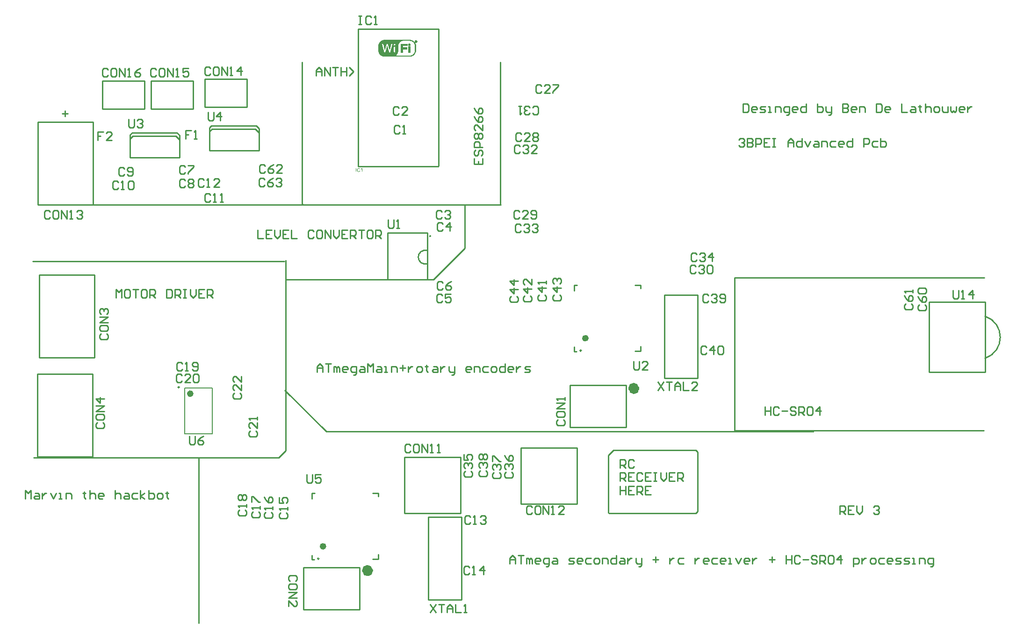
<source format=gto>
G04 Layer_Color=65535*
%FSLAX44Y44*%
%MOMM*%
G71*
G01*
G75*
%ADD24C,0.2500*%
%ADD25C,1.0000*%
%ADD39C,0.6000*%
%ADD40C,0.2540*%
%ADD41C,0.2000*%
%ADD42C,0.0127*%
G36*
X637238Y829962D02*
X636392D01*
Y836360D01*
X637238D01*
Y829962D01*
D02*
G37*
G36*
X647824D02*
X647038D01*
Y834964D01*
X647034Y834959D01*
X647024Y834950D01*
X647011Y834936D01*
X646988Y834918D01*
X646960Y834894D01*
X646923Y834862D01*
X646881Y834830D01*
X646840Y834793D01*
X646784Y834756D01*
X646729Y834710D01*
X646668Y834668D01*
X646604Y834617D01*
X646530Y834571D01*
X646456Y834520D01*
X646289Y834418D01*
X646285Y834414D01*
X646271Y834405D01*
X646243Y834391D01*
X646211Y834377D01*
X646174Y834354D01*
X646128Y834326D01*
X646072Y834298D01*
X646017Y834266D01*
X645887Y834201D01*
X645749Y834136D01*
X645605Y834072D01*
X645467Y834016D01*
Y834774D01*
X645476Y834779D01*
X645494Y834788D01*
X645531Y834807D01*
X645577Y834830D01*
X645633Y834857D01*
X645702Y834894D01*
X645776Y834936D01*
X645855Y834982D01*
X645943Y835038D01*
X646035Y835093D01*
X646229Y835223D01*
X646428Y835366D01*
X646618Y835523D01*
X646622Y835528D01*
X646641Y835542D01*
X646664Y835565D01*
X646696Y835597D01*
X646738Y835639D01*
X646784Y835685D01*
X646835Y835741D01*
X646890Y835796D01*
X646946Y835861D01*
X647006Y835930D01*
X647122Y836073D01*
X647228Y836226D01*
X647274Y836304D01*
X647316Y836383D01*
X647824D01*
Y829962D01*
D02*
G37*
G36*
X641597Y836466D02*
X641667Y836462D01*
X641750Y836457D01*
X641842Y836443D01*
X641949Y836429D01*
X642069Y836411D01*
X642194Y836383D01*
X642323Y836351D01*
X642457Y836314D01*
X642591Y836263D01*
X642725Y836207D01*
X642864Y836143D01*
X642993Y836069D01*
X643118Y835981D01*
X643127Y835976D01*
X643146Y835958D01*
X643183Y835930D01*
X643224Y835888D01*
X643280Y835842D01*
X643340Y835778D01*
X643405Y835708D01*
X643479Y835625D01*
X643553Y835533D01*
X643631Y835431D01*
X643705Y835315D01*
X643779Y835195D01*
X643853Y835061D01*
X643918Y834918D01*
X643983Y834765D01*
X644034Y834603D01*
X643201Y834409D01*
X643197Y834418D01*
X643192Y834442D01*
X643178Y834474D01*
X643160Y834525D01*
X643137Y834580D01*
X643109Y834645D01*
X643072Y834719D01*
X643035Y834797D01*
X642993Y834881D01*
X642943Y834964D01*
X642892Y835047D01*
X642832Y835135D01*
X642767Y835213D01*
X642702Y835292D01*
X642628Y835361D01*
X642550Y835426D01*
X642545Y835431D01*
X642531Y835440D01*
X642508Y835454D01*
X642476Y835477D01*
X642434Y835500D01*
X642383Y835528D01*
X642323Y835556D01*
X642258Y835588D01*
X642184Y835616D01*
X642106Y835643D01*
X642018Y835671D01*
X641926Y835694D01*
X641824Y835717D01*
X641718Y835731D01*
X641607Y835741D01*
X641486Y835745D01*
X641417D01*
X641366Y835741D01*
X641301Y835736D01*
X641227Y835727D01*
X641144Y835717D01*
X641056Y835699D01*
X640959Y835680D01*
X640862Y835657D01*
X640760Y835630D01*
X640654Y835597D01*
X640553Y835556D01*
X640451Y835505D01*
X640349Y835454D01*
X640252Y835389D01*
X640247Y835385D01*
X640229Y835375D01*
X640206Y835352D01*
X640173Y835324D01*
X640132Y835287D01*
X640086Y835246D01*
X640035Y835195D01*
X639979Y835139D01*
X639924Y835075D01*
X639864Y835005D01*
X639808Y834927D01*
X639753Y834839D01*
X639697Y834751D01*
X639646Y834654D01*
X639600Y834552D01*
X639559Y834442D01*
Y834437D01*
X639549Y834414D01*
X639540Y834381D01*
X639526Y834340D01*
X639512Y834284D01*
X639494Y834220D01*
X639480Y834146D01*
X639462Y834062D01*
X639443Y833975D01*
X639425Y833877D01*
X639406Y833776D01*
X639392Y833670D01*
X639369Y833448D01*
X639365Y833332D01*
X639360Y833212D01*
Y833203D01*
Y833175D01*
Y833133D01*
X639365Y833073D01*
X639369Y833004D01*
X639374Y832921D01*
X639378Y832828D01*
X639388Y832731D01*
X639401Y832620D01*
X639415Y832505D01*
X639462Y832269D01*
X639485Y832144D01*
X639517Y832024D01*
X639554Y831904D01*
X639596Y831788D01*
X639600Y831783D01*
X639605Y831760D01*
X639619Y831732D01*
X639642Y831691D01*
X639665Y831640D01*
X639697Y831580D01*
X639734Y831515D01*
X639776Y831446D01*
X639827Y831377D01*
X639882Y831303D01*
X639942Y831224D01*
X640007Y831150D01*
X640081Y831076D01*
X640160Y831007D01*
X640243Y830942D01*
X640335Y830882D01*
X640340Y830877D01*
X640358Y830868D01*
X640386Y830854D01*
X640423Y830836D01*
X640469Y830813D01*
X640525Y830785D01*
X640590Y830762D01*
X640659Y830734D01*
X640737Y830702D01*
X640821Y830678D01*
X640913Y830651D01*
X641006Y830628D01*
X641107Y830609D01*
X641209Y830595D01*
X641315Y830586D01*
X641422Y830581D01*
X641454D01*
X641491Y830586D01*
X641542D01*
X641602Y830595D01*
X641671Y830605D01*
X641754Y830614D01*
X641838Y830632D01*
X641930Y830655D01*
X642027Y830683D01*
X642129Y830715D01*
X642231Y830752D01*
X642332Y830799D01*
X642434Y830854D01*
X642531Y830919D01*
X642628Y830988D01*
X642633Y830993D01*
X642651Y831007D01*
X642674Y831030D01*
X642707Y831067D01*
X642748Y831108D01*
X642795Y831159D01*
X642845Y831224D01*
X642896Y831293D01*
X642952Y831377D01*
X643007Y831464D01*
X643067Y831566D01*
X643118Y831677D01*
X643174Y831793D01*
X643220Y831922D01*
X643261Y832056D01*
X643298Y832204D01*
X644144Y831991D01*
Y831987D01*
X644140Y831977D01*
X644135Y831964D01*
X644131Y831945D01*
X644126Y831922D01*
X644117Y831890D01*
X644094Y831820D01*
X644061Y831732D01*
X644024Y831635D01*
X643978Y831525D01*
X643923Y831404D01*
X643862Y831275D01*
X643793Y831145D01*
X643715Y831016D01*
X643627Y830882D01*
X643530Y830752D01*
X643423Y830628D01*
X643308Y830512D01*
X643183Y830401D01*
X643174Y830396D01*
X643150Y830378D01*
X643113Y830350D01*
X643058Y830318D01*
X642993Y830276D01*
X642910Y830230D01*
X642818Y830179D01*
X642711Y830128D01*
X642596Y830078D01*
X642466Y830027D01*
X642328Y829980D01*
X642180Y829939D01*
X642018Y829906D01*
X641852Y829879D01*
X641676Y829860D01*
X641491Y829856D01*
X641422D01*
X641389Y829860D01*
X641320D01*
X641232Y829870D01*
X641130Y829879D01*
X641015Y829893D01*
X640895Y829906D01*
X640760Y829930D01*
X640627Y829957D01*
X640483Y829994D01*
X640344Y830031D01*
X640206Y830082D01*
X640067Y830138D01*
X639933Y830202D01*
X639808Y830276D01*
X639799Y830281D01*
X639781Y830295D01*
X639748Y830323D01*
X639702Y830355D01*
X639646Y830396D01*
X639586Y830452D01*
X639517Y830512D01*
X639443Y830586D01*
X639365Y830669D01*
X639286Y830757D01*
X639203Y830859D01*
X639119Y830965D01*
X639041Y831085D01*
X638962Y831210D01*
X638888Y831349D01*
X638824Y831492D01*
Y831497D01*
X638819Y831501D01*
X638810Y831529D01*
X638791Y831571D01*
X638773Y831631D01*
X638745Y831705D01*
X638717Y831793D01*
X638685Y831894D01*
X638657Y832005D01*
X638625Y832130D01*
X638592Y832264D01*
X638565Y832403D01*
X638537Y832555D01*
X638518Y832708D01*
X638500Y832870D01*
X638491Y833036D01*
X638486Y833207D01*
Y833212D01*
Y833221D01*
Y833235D01*
Y833253D01*
Y833277D01*
X638491Y833304D01*
Y833374D01*
X638500Y833462D01*
X638505Y833563D01*
X638518Y833679D01*
X638532Y833803D01*
X638555Y833933D01*
X638579Y834072D01*
X638611Y834220D01*
X638648Y834368D01*
X638689Y834516D01*
X638740Y834663D01*
X638801Y834807D01*
X638865Y834950D01*
X638870Y834959D01*
X638884Y834982D01*
X638907Y835019D01*
X638935Y835075D01*
X638976Y835135D01*
X639022Y835204D01*
X639082Y835287D01*
X639147Y835371D01*
X639216Y835459D01*
X639300Y835556D01*
X639388Y835648D01*
X639485Y835741D01*
X639591Y835833D01*
X639702Y835921D01*
X639822Y836004D01*
X639952Y836083D01*
X639961Y836087D01*
X639984Y836101D01*
X640021Y836120D01*
X640076Y836143D01*
X640141Y836175D01*
X640220Y836207D01*
X640312Y836240D01*
X640409Y836277D01*
X640520Y836314D01*
X640640Y836346D01*
X640770Y836383D01*
X640904Y836411D01*
X641047Y836434D01*
X641195Y836452D01*
X641348Y836466D01*
X641505Y836471D01*
X641570D01*
X641597Y836466D01*
D02*
G37*
D24*
X569750Y129250D02*
G03*
X569750Y129250I-1250J0D01*
G01*
X316750Y439750D02*
G03*
X316750Y439750I-1250J0D01*
G01*
X1044750Y506250D02*
G03*
X1044750Y506250I-1250J0D01*
G01*
D25*
X1144600Y437500D02*
G03*
X1144600Y437500I-5000J0D01*
G01*
X662500Y107500D02*
G03*
X662500Y107500I-5000J0D01*
G01*
D39*
X580000Y151500D02*
G03*
X580000Y151500I-3000J0D01*
G01*
X339500Y428000D02*
G03*
X339500Y428000I-3000J0D01*
G01*
X1055000Y528500D02*
G03*
X1055000Y528500I-3000J0D01*
G01*
D40*
X1775800Y492100D02*
G03*
X1775800Y568300I-12700J38100D01*
G01*
X772000Y713500D02*
G03*
X772000Y713500I-1000J0D01*
G01*
X764929Y687441D02*
G03*
X765750Y663500I-3022J-12088D01*
G01*
X1125400Y367100D02*
Y392500D01*
X1023800Y367100D02*
X1125400D01*
X1023800D02*
Y443300D01*
X1125400D01*
Y392500D02*
Y443300D01*
X557000Y247500D02*
X562000D01*
X557000Y237500D02*
Y247500D01*
Y127500D02*
Y135500D01*
Y127500D02*
X561000D01*
X677000Y128500D02*
Y136500D01*
X667000Y128500D02*
X677000D01*
X667000Y247500D02*
X677000D01*
Y241500D02*
Y247500D01*
X1225000Y606500D02*
X1255000D01*
Y456500D02*
Y606500D01*
X1195000Y456500D02*
X1255000D01*
X1195000D02*
Y606500D01*
X1225000D01*
X798000Y204500D02*
X828000D01*
Y54500D02*
Y204500D01*
X768000Y54500D02*
X828000D01*
X768000D02*
Y204500D01*
X798000D01*
X1725000Y593700D02*
X1775800D01*
Y466700D02*
Y593700D01*
X1674200Y466700D02*
X1775800D01*
X1674200D02*
Y593700D01*
X1725000D01*
X227500Y856000D02*
X317500D01*
X227500Y890000D02*
X227500D01*
X232500Y895000D01*
X310500D01*
X316500Y889000D01*
X312500Y901000D02*
X317500Y896000D01*
Y856000D02*
Y896000D01*
X231500Y901000D02*
X312500D01*
X227500Y897000D02*
X231500Y901000D01*
X227500Y856000D02*
Y897000D01*
X1032000Y624500D02*
X1037000D01*
X1032000Y614500D02*
Y624500D01*
Y504500D02*
Y512500D01*
Y504500D02*
X1036000D01*
X1152000Y505500D02*
Y513500D01*
X1142000Y505500D02*
X1152000D01*
X1142000Y624500D02*
X1152000D01*
Y618500D02*
Y624500D01*
X694000Y634500D02*
Y719000D01*
Y634500D02*
X765500D01*
Y719000D01*
X694000D02*
X765500D01*
X640202Y839614D02*
X785490D01*
X786252Y840376D01*
Y1088280D01*
X640202D02*
X786252D01*
X640202Y839614D02*
Y1088280D01*
X177900Y944100D02*
Y969500D01*
Y944100D02*
X203300D01*
X254100D01*
Y994900D01*
X177900D02*
X254100D01*
X177900Y969500D02*
Y994900D01*
X341800Y969500D02*
Y994900D01*
X316400D02*
X341800D01*
X265600D02*
X316400D01*
X265600Y944100D02*
Y994900D01*
Y944100D02*
X341800D01*
Y969500D01*
X439100Y972500D02*
Y997900D01*
X413700D02*
X439100D01*
X362900D02*
X413700D01*
X362900Y947100D02*
Y997900D01*
Y947100D02*
X439100D01*
Y972500D01*
X986000Y330300D02*
X1036800D01*
Y228700D02*
Y330300D01*
X960600D02*
X986000D01*
X960600Y228700D02*
X1036800D01*
X935200Y330300D02*
X960600D01*
X935200Y228700D02*
Y330300D01*
Y228700D02*
X960600D01*
X775000Y312700D02*
X825800D01*
Y211100D02*
Y312700D01*
X749600D02*
X775000D01*
X749600Y211100D02*
X825800D01*
X724200Y312700D02*
X749600D01*
X724200Y211100D02*
Y312700D01*
Y211100D02*
X749600D01*
X60000Y313500D02*
Y463500D01*
X160000D01*
Y313500D02*
Y463500D01*
X60000Y313500D02*
X160000D01*
X63000Y493500D02*
Y643500D01*
X163000D01*
Y493500D02*
Y643500D01*
X63000Y493500D02*
X163000D01*
X643300Y62500D02*
Y113300D01*
X541700D02*
X643300D01*
X541700Y37100D02*
Y113300D01*
Y37100D02*
X643300D01*
Y62500D01*
X1524000Y361500D02*
X1773500D01*
X1524000Y638500D02*
X1774000D01*
X352000Y12500D02*
Y19500D01*
Y312500D01*
X1322750Y361500D02*
X1524000D01*
X1322000Y360750D02*
Y638500D01*
X1524000D01*
X508000Y434500D02*
X582750Y359750D01*
X1094000Y316500D02*
X1103000Y325500D01*
X1094000Y212500D02*
Y316500D01*
Y212500D02*
X1095000Y211500D01*
X1252000D01*
X1255000Y214500D01*
Y322500D01*
X1252000Y325500D02*
X1255000Y322500D01*
X1103000Y325500D02*
X1252000D01*
X1464250Y359750D02*
X1465000Y360500D01*
X582750Y359750D02*
X1464250D01*
X509000Y634500D02*
X694000D01*
X832000Y689500D02*
X834000Y691500D01*
Y692500D02*
Y770000D01*
X777000Y634500D02*
X832000Y689500D01*
X765500Y634500D02*
X777000D01*
X51000Y667500D02*
X507000D01*
X509000Y324500D02*
Y669500D01*
X497000Y312500D02*
X509000Y324500D01*
X53000Y312500D02*
X497000D01*
X898000Y770500D02*
Y1028500D01*
Y770500D02*
X898500Y770000D01*
X540500D02*
X898500D01*
X539000Y771500D02*
Y1028500D01*
Y771500D02*
X540500Y770000D01*
X160501D02*
X540500D01*
X60501D02*
Y920000D01*
X160501D01*
Y770000D02*
Y920000D01*
X60501Y770000D02*
X160501D01*
X371000Y868500D02*
X461000D01*
X371000Y902500D02*
X371000D01*
X376000Y907500D01*
X454000D01*
X460000Y901500D01*
X456000Y913500D02*
X461000Y908500D01*
Y868500D02*
Y908500D01*
X375000Y913500D02*
X456000D01*
X371000Y909500D02*
X375000Y913500D01*
X371000Y868500D02*
Y909500D01*
X1115040Y293796D02*
Y309031D01*
X1122657D01*
X1125197Y306492D01*
Y301414D01*
X1122657Y298874D01*
X1115040D01*
X1120118D02*
X1125197Y293796D01*
X1140432Y306492D02*
X1137893Y309031D01*
X1132814D01*
X1130275Y306492D01*
Y296335D01*
X1132814Y293796D01*
X1137893D01*
X1140432Y296335D01*
X1115040Y269418D02*
Y284653D01*
X1122657D01*
X1125197Y282114D01*
Y277036D01*
X1122657Y274496D01*
X1115040D01*
X1120118D02*
X1125197Y269418D01*
X1140432Y284653D02*
X1130275D01*
Y269418D01*
X1140432D01*
X1130275Y277036D02*
X1135353D01*
X1155667Y282114D02*
X1153128Y284653D01*
X1148049D01*
X1145510Y282114D01*
Y271957D01*
X1148049Y269418D01*
X1153128D01*
X1155667Y271957D01*
X1170902Y284653D02*
X1160745D01*
Y269418D01*
X1170902D01*
X1160745Y277036D02*
X1165824D01*
X1175980Y284653D02*
X1181059D01*
X1178520D01*
Y269418D01*
X1175980D01*
X1181059D01*
X1188676Y284653D02*
Y274496D01*
X1193755Y269418D01*
X1198833Y274496D01*
Y284653D01*
X1214068D02*
X1203911D01*
Y269418D01*
X1214068D01*
X1203911Y277036D02*
X1208990D01*
X1219146Y269418D02*
Y284653D01*
X1226764D01*
X1229303Y282114D01*
Y277036D01*
X1226764Y274496D01*
X1219146D01*
X1224225D02*
X1229303Y269418D01*
X1115040Y260275D02*
Y245040D01*
Y252658D01*
X1125197D01*
Y260275D01*
Y245040D01*
X1140432Y260275D02*
X1130275D01*
Y245040D01*
X1140432D01*
X1130275Y252658D02*
X1135353D01*
X1145510Y245040D02*
Y260275D01*
X1153128D01*
X1155667Y257736D01*
Y252658D01*
X1153128Y250118D01*
X1145510D01*
X1150589D02*
X1155667Y245040D01*
X1170902Y260275D02*
X1160745D01*
Y245040D01*
X1170902D01*
X1160745Y252658D02*
X1165824D01*
X1002304Y381057D02*
X999765Y378517D01*
Y373439D01*
X1002304Y370900D01*
X1012461D01*
X1015000Y373439D01*
Y378517D01*
X1012461Y381057D01*
X999765Y393753D02*
Y388674D01*
X1002304Y386135D01*
X1012461D01*
X1015000Y388674D01*
Y393753D01*
X1012461Y396292D01*
X1002304D01*
X999765Y393753D01*
X1015000Y401370D02*
X999765D01*
X1015000Y411527D01*
X999765D01*
X1015000Y416605D02*
Y421684D01*
Y419144D01*
X999765D01*
X1002304Y416605D01*
X178879Y902431D02*
X168722D01*
Y894814D01*
X173800D01*
X168722D01*
Y887196D01*
X194114D02*
X183957D01*
X194114Y897353D01*
Y899892D01*
X191575Y902431D01*
X186496D01*
X183957Y899892D01*
X547848Y282067D02*
Y269371D01*
X550387Y266832D01*
X555466D01*
X558005Y269371D01*
Y282067D01*
X573240D02*
X563083D01*
Y274450D01*
X568161Y276989D01*
X570701D01*
X573240Y274450D01*
Y269371D01*
X570701Y266832D01*
X565622D01*
X563083Y269371D01*
X1183000Y449735D02*
X1193157Y434500D01*
Y449735D02*
X1183000Y434500D01*
X1198235Y449735D02*
X1208392D01*
X1203313D01*
Y434500D01*
X1213470D02*
Y444657D01*
X1218549Y449735D01*
X1223627Y444657D01*
Y434500D01*
Y442118D01*
X1213470D01*
X1228705Y449735D02*
Y434500D01*
X1238862D01*
X1254097D02*
X1243940D01*
X1254097Y444657D01*
Y447196D01*
X1251558Y449735D01*
X1246479D01*
X1243940Y447196D01*
X771000Y46735D02*
X781157Y31500D01*
Y46735D02*
X771000Y31500D01*
X786235Y46735D02*
X796392D01*
X791313D01*
Y31500D01*
X801470D02*
Y41657D01*
X806548Y46735D01*
X811627Y41657D01*
Y31500D01*
Y39118D01*
X801470D01*
X816705Y46735D02*
Y31500D01*
X826862D01*
X831940D02*
X837019D01*
X834480D01*
Y46735D01*
X831940Y44196D01*
X1717500Y615235D02*
Y602539D01*
X1720039Y600000D01*
X1725117D01*
X1727657Y602539D01*
Y615235D01*
X1732735Y600000D02*
X1737813D01*
X1735274D01*
Y615235D01*
X1732735Y612696D01*
X1753049Y600000D02*
Y615235D01*
X1745431Y607617D01*
X1755588D01*
X335000Y350735D02*
Y338039D01*
X337539Y335500D01*
X342617D01*
X345157Y338039D01*
Y350735D01*
X360392D02*
X355313Y348196D01*
X350235Y343117D01*
Y338039D01*
X352774Y335500D01*
X357853D01*
X360392Y338039D01*
Y340578D01*
X357853Y343117D01*
X350235D01*
X225088Y925171D02*
Y912475D01*
X227627Y909936D01*
X232705D01*
X235245Y912475D01*
Y925171D01*
X240323Y922632D02*
X242862Y925171D01*
X247941D01*
X250480Y922632D01*
Y920093D01*
X247941Y917553D01*
X245401D01*
X247941D01*
X250480Y915014D01*
Y912475D01*
X247941Y909936D01*
X242862D01*
X240323Y912475D01*
X1139000Y486735D02*
Y474039D01*
X1141539Y471500D01*
X1146618D01*
X1149157Y474039D01*
Y486735D01*
X1164392Y471500D02*
X1154235D01*
X1164392Y481657D01*
Y484196D01*
X1161853Y486735D01*
X1156774D01*
X1154235Y484196D01*
X695166Y743235D02*
Y730539D01*
X697705Y728000D01*
X702784D01*
X705323Y730539D01*
Y743235D01*
X710401Y728000D02*
X715479D01*
X712940D01*
Y743235D01*
X710401Y740696D01*
X641599Y1112405D02*
X646677D01*
X644138D01*
Y1097170D01*
X641599D01*
X646677D01*
X664452Y1109866D02*
X661912Y1112405D01*
X656834D01*
X654295Y1109866D01*
Y1099709D01*
X656834Y1097170D01*
X661912D01*
X664452Y1099709D01*
X669530Y1097170D02*
X674608D01*
X672069D01*
Y1112405D01*
X669530Y1109866D01*
X187657Y1015196D02*
X185117Y1017735D01*
X180039D01*
X177500Y1015196D01*
Y1005039D01*
X180039Y1002500D01*
X185117D01*
X187657Y1005039D01*
X200353Y1017735D02*
X195274D01*
X192735Y1015196D01*
Y1005039D01*
X195274Y1002500D01*
X200353D01*
X202892Y1005039D01*
Y1015196D01*
X200353Y1017735D01*
X207970Y1002500D02*
Y1017735D01*
X218127Y1002500D01*
Y1017735D01*
X223205Y1002500D02*
X228284D01*
X225744D01*
Y1017735D01*
X223205Y1015196D01*
X246058Y1017735D02*
X240979Y1015196D01*
X235901Y1010117D01*
Y1005039D01*
X238440Y1002500D01*
X243519D01*
X246058Y1005039D01*
Y1007578D01*
X243519Y1010117D01*
X235901D01*
X275157Y1015196D02*
X272617Y1017735D01*
X267539D01*
X265000Y1015196D01*
Y1005039D01*
X267539Y1002500D01*
X272617D01*
X275157Y1005039D01*
X287853Y1017735D02*
X282774D01*
X280235Y1015196D01*
Y1005039D01*
X282774Y1002500D01*
X287853D01*
X290392Y1005039D01*
Y1015196D01*
X287853Y1017735D01*
X295470Y1002500D02*
Y1017735D01*
X305627Y1002500D01*
Y1017735D01*
X310705Y1002500D02*
X315784D01*
X313244D01*
Y1017735D01*
X310705Y1015196D01*
X333558Y1017735D02*
X323401D01*
Y1010117D01*
X328479Y1012657D01*
X331019D01*
X333558Y1010117D01*
Y1005039D01*
X331019Y1002500D01*
X325940D01*
X323401Y1005039D01*
X372657Y1017696D02*
X370117Y1020235D01*
X365039D01*
X362500Y1017696D01*
Y1007539D01*
X365039Y1005000D01*
X370117D01*
X372657Y1007539D01*
X385353Y1020235D02*
X380274D01*
X377735Y1017696D01*
Y1007539D01*
X380274Y1005000D01*
X385353D01*
X387892Y1007539D01*
Y1017696D01*
X385353Y1020235D01*
X392970Y1005000D02*
Y1020235D01*
X403127Y1005000D01*
Y1020235D01*
X408205Y1005000D02*
X413284D01*
X410744D01*
Y1020235D01*
X408205Y1017696D01*
X428519Y1005000D02*
Y1020235D01*
X420901Y1012617D01*
X431058D01*
X82657Y757696D02*
X80118Y760235D01*
X75039D01*
X72500Y757696D01*
Y747539D01*
X75039Y745000D01*
X80118D01*
X82657Y747539D01*
X95353Y760235D02*
X90274D01*
X87735Y757696D01*
Y747539D01*
X90274Y745000D01*
X95353D01*
X97892Y747539D01*
Y757696D01*
X95353Y760235D01*
X102970Y745000D02*
Y760235D01*
X113127Y745000D01*
Y760235D01*
X118205Y745000D02*
X123284D01*
X120744D01*
Y760235D01*
X118205Y757696D01*
X130901D02*
X133440Y760235D01*
X138519D01*
X141058Y757696D01*
Y755157D01*
X138519Y752617D01*
X135979D01*
X138519D01*
X141058Y750078D01*
Y747539D01*
X138519Y745000D01*
X133440D01*
X130901Y747539D01*
X955157Y222196D02*
X952617Y224735D01*
X947539D01*
X945000Y222196D01*
Y212039D01*
X947539Y209500D01*
X952617D01*
X955157Y212039D01*
X967853Y224735D02*
X962774D01*
X960235Y222196D01*
Y212039D01*
X962774Y209500D01*
X967853D01*
X970392Y212039D01*
Y222196D01*
X967853Y224735D01*
X975470Y209500D02*
Y224735D01*
X985627Y209500D01*
Y224735D01*
X990705Y209500D02*
X995784D01*
X993244D01*
Y224735D01*
X990705Y222196D01*
X1013558Y209500D02*
X1003401D01*
X1013558Y219657D01*
Y222196D01*
X1011019Y224735D01*
X1005940D01*
X1003401Y222196D01*
X735739Y334190D02*
X733199Y336729D01*
X728121D01*
X725582Y334190D01*
Y324033D01*
X728121Y321494D01*
X733199D01*
X735739Y324033D01*
X748435Y336729D02*
X743356D01*
X740817Y334190D01*
Y324033D01*
X743356Y321494D01*
X748435D01*
X750974Y324033D01*
Y334190D01*
X748435Y336729D01*
X756052Y321494D02*
Y336729D01*
X766209Y321494D01*
Y336729D01*
X771287Y321494D02*
X776366D01*
X773826D01*
Y336729D01*
X771287Y334190D01*
X783983Y321494D02*
X789061D01*
X786522D01*
Y336729D01*
X783983Y334190D01*
X168304Y375657D02*
X165765Y373117D01*
Y368039D01*
X168304Y365500D01*
X178461D01*
X181000Y368039D01*
Y373117D01*
X178461Y375657D01*
X165765Y388353D02*
Y383274D01*
X168304Y380735D01*
X178461D01*
X181000Y383274D01*
Y388353D01*
X178461Y390892D01*
X168304D01*
X165765Y388353D01*
X181000Y395970D02*
X165765D01*
X181000Y406127D01*
X165765D01*
X181000Y418823D02*
X165765D01*
X173382Y411205D01*
Y421362D01*
X175304Y536657D02*
X172765Y534118D01*
Y529039D01*
X175304Y526500D01*
X185461D01*
X188000Y529039D01*
Y534118D01*
X185461Y536657D01*
X172765Y549353D02*
Y544274D01*
X175304Y541735D01*
X185461D01*
X188000Y544274D01*
Y549353D01*
X185461Y551892D01*
X175304D01*
X172765Y549353D01*
X188000Y556970D02*
X172765D01*
X188000Y567127D01*
X172765D01*
X175304Y572205D02*
X172765Y574744D01*
Y579823D01*
X175304Y582362D01*
X177843D01*
X180382Y579823D01*
Y577284D01*
Y579823D01*
X182922Y582362D01*
X185461D01*
X188000Y579823D01*
Y574744D01*
X185461Y572205D01*
X527196Y88743D02*
X529735Y91283D01*
Y96361D01*
X527196Y98900D01*
X517039D01*
X514500Y96361D01*
Y91283D01*
X517039Y88743D01*
X529735Y76047D02*
Y81126D01*
X527196Y83665D01*
X517039D01*
X514500Y81126D01*
Y76047D01*
X517039Y73508D01*
X527196D01*
X529735Y76047D01*
X514500Y68430D02*
X529735D01*
X514500Y58273D01*
X529735D01*
X514500Y43038D02*
Y53195D01*
X524657Y43038D01*
X527196D01*
X529735Y45577D01*
Y50656D01*
X527196Y53195D01*
X471157Y816196D02*
X468618Y818735D01*
X463539D01*
X461000Y816196D01*
Y806039D01*
X463539Y803500D01*
X468618D01*
X471157Y806039D01*
X486392Y818735D02*
X481313Y816196D01*
X476235Y811118D01*
Y806039D01*
X478774Y803500D01*
X483853D01*
X486392Y806039D01*
Y808578D01*
X483853Y811118D01*
X476235D01*
X491470Y816196D02*
X494009Y818735D01*
X499088D01*
X501627Y816196D01*
Y813657D01*
X499088Y811118D01*
X496549D01*
X499088D01*
X501627Y808578D01*
Y806039D01*
X499088Y803500D01*
X494009D01*
X491470Y806039D01*
X472157Y840196D02*
X469618Y842735D01*
X464539D01*
X462000Y840196D01*
Y830039D01*
X464539Y827500D01*
X469618D01*
X472157Y830039D01*
X487392Y842735D02*
X482313Y840196D01*
X477235Y835117D01*
Y830039D01*
X479774Y827500D01*
X484853D01*
X487392Y830039D01*
Y832578D01*
X484853Y835117D01*
X477235D01*
X502627Y827500D02*
X492470D01*
X502627Y837657D01*
Y840196D01*
X500088Y842735D01*
X495009D01*
X492470Y840196D01*
X1631804Y590657D02*
X1629265Y588118D01*
Y583039D01*
X1631804Y580500D01*
X1641961D01*
X1644500Y583039D01*
Y588118D01*
X1641961Y590657D01*
X1629265Y605892D02*
X1631804Y600813D01*
X1636882Y595735D01*
X1641961D01*
X1644500Y598274D01*
Y603353D01*
X1641961Y605892D01*
X1639422D01*
X1636882Y603353D01*
Y595735D01*
X1644500Y610970D02*
Y616049D01*
Y613509D01*
X1629265D01*
X1631804Y610970D01*
X1656804Y588657D02*
X1654265Y586118D01*
Y581039D01*
X1656804Y578500D01*
X1666961D01*
X1669500Y581039D01*
Y586118D01*
X1666961Y588657D01*
X1654265Y603892D02*
X1656804Y598814D01*
X1661882Y593735D01*
X1666961D01*
X1669500Y596274D01*
Y601353D01*
X1666961Y603892D01*
X1664422D01*
X1661882Y601353D01*
Y593735D01*
X1656804Y608970D02*
X1654265Y611509D01*
Y616588D01*
X1656804Y619127D01*
X1666961D01*
X1669500Y616588D01*
Y611509D01*
X1666961Y608970D01*
X1656804D01*
X917304Y604657D02*
X914765Y602118D01*
Y597039D01*
X917304Y594500D01*
X927461D01*
X930000Y597039D01*
Y602118D01*
X927461Y604657D01*
X930000Y617353D02*
X914765D01*
X922383Y609735D01*
Y619892D01*
X930000Y632588D02*
X914765D01*
X922383Y624970D01*
Y635127D01*
X995304Y606657D02*
X992765Y604118D01*
Y599039D01*
X995304Y596500D01*
X1005461D01*
X1008000Y599039D01*
Y604118D01*
X1005461Y606657D01*
X1008000Y619353D02*
X992765D01*
X1000383Y611735D01*
Y621892D01*
X995304Y626970D02*
X992765Y629509D01*
Y634588D01*
X995304Y637127D01*
X997843D01*
X1000383Y634588D01*
Y632048D01*
Y634588D01*
X1002922Y637127D01*
X1005461D01*
X1008000Y634588D01*
Y629509D01*
X1005461Y626970D01*
X942304Y605157D02*
X939765Y602617D01*
Y597539D01*
X942304Y595000D01*
X952461D01*
X955000Y597539D01*
Y602617D01*
X952461Y605157D01*
X955000Y617853D02*
X939765D01*
X947382Y610235D01*
Y620392D01*
X955000Y635627D02*
Y625470D01*
X944843Y635627D01*
X942304D01*
X939765Y633088D01*
Y628009D01*
X942304Y625470D01*
X968304Y606657D02*
X965765Y604118D01*
Y599039D01*
X968304Y596500D01*
X978461D01*
X981000Y599039D01*
Y604118D01*
X978461Y606657D01*
X981000Y619353D02*
X965765D01*
X973382Y611735D01*
Y621892D01*
X981000Y626970D02*
Y632048D01*
Y629509D01*
X965765D01*
X968304Y626970D01*
X1271157Y512196D02*
X1268617Y514735D01*
X1263539D01*
X1261000Y512196D01*
Y502039D01*
X1263539Y499500D01*
X1268617D01*
X1271157Y502039D01*
X1283853Y499500D02*
Y514735D01*
X1276235Y507118D01*
X1286392D01*
X1291470Y512196D02*
X1294009Y514735D01*
X1299088D01*
X1301627Y512196D01*
Y502039D01*
X1299088Y499500D01*
X1294009D01*
X1291470Y502039D01*
Y512196D01*
X1274823Y606302D02*
X1272283Y608841D01*
X1267205D01*
X1264666Y606302D01*
Y596145D01*
X1267205Y593606D01*
X1272283D01*
X1274823Y596145D01*
X1279901Y606302D02*
X1282440Y608841D01*
X1287519D01*
X1290058Y606302D01*
Y603763D01*
X1287519Y601223D01*
X1284979D01*
X1287519D01*
X1290058Y598684D01*
Y596145D01*
X1287519Y593606D01*
X1282440D01*
X1279901Y596145D01*
X1295136D02*
X1297675Y593606D01*
X1302754D01*
X1305293Y596145D01*
Y606302D01*
X1302754Y608841D01*
X1297675D01*
X1295136Y606302D01*
Y603763D01*
X1297675Y601223D01*
X1305293D01*
X861304Y288657D02*
X858765Y286117D01*
Y281039D01*
X861304Y278500D01*
X871461D01*
X874000Y281039D01*
Y286117D01*
X871461Y288657D01*
X861304Y293735D02*
X858765Y296274D01*
Y301353D01*
X861304Y303892D01*
X863843D01*
X866382Y301353D01*
Y298813D01*
Y301353D01*
X868922Y303892D01*
X871461D01*
X874000Y301353D01*
Y296274D01*
X871461Y293735D01*
X861304Y308970D02*
X858765Y311509D01*
Y316588D01*
X861304Y319127D01*
X863843D01*
X866382Y316588D01*
X868922Y319127D01*
X871461D01*
X874000Y316588D01*
Y311509D01*
X871461Y308970D01*
X868922D01*
X866382Y311509D01*
X863843Y308970D01*
X861304D01*
X866382Y311509D02*
Y316588D01*
X886304Y285157D02*
X883765Y282617D01*
Y277539D01*
X886304Y275000D01*
X896461D01*
X899000Y277539D01*
Y282617D01*
X896461Y285157D01*
X886304Y290235D02*
X883765Y292774D01*
Y297853D01*
X886304Y300392D01*
X888843D01*
X891383Y297853D01*
Y295313D01*
Y297853D01*
X893922Y300392D01*
X896461D01*
X899000Y297853D01*
Y292774D01*
X896461Y290235D01*
X883765Y305470D02*
Y315627D01*
X886304D01*
X896461Y305470D01*
X899000D01*
X908304Y285657D02*
X905765Y283118D01*
Y278039D01*
X908304Y275500D01*
X918461D01*
X921000Y278039D01*
Y283118D01*
X918461Y285657D01*
X908304Y290735D02*
X905765Y293274D01*
Y298353D01*
X908304Y300892D01*
X910843D01*
X913382Y298353D01*
Y295813D01*
Y298353D01*
X915922Y300892D01*
X918461D01*
X921000Y298353D01*
Y293274D01*
X918461Y290735D01*
X905765Y316127D02*
X908304Y311049D01*
X913382Y305970D01*
X918461D01*
X921000Y308509D01*
Y313588D01*
X918461Y316127D01*
X915922D01*
X913382Y313588D01*
Y305970D01*
X834304Y287657D02*
X831765Y285117D01*
Y280039D01*
X834304Y277500D01*
X844461D01*
X847000Y280039D01*
Y285117D01*
X844461Y287657D01*
X834304Y292735D02*
X831765Y295274D01*
Y300353D01*
X834304Y302892D01*
X836843D01*
X839382Y300353D01*
Y297813D01*
Y300353D01*
X841922Y302892D01*
X844461D01*
X847000Y300353D01*
Y295274D01*
X844461Y292735D01*
X831765Y318127D02*
Y307970D01*
X839382D01*
X836843Y313048D01*
Y315588D01*
X839382Y318127D01*
X844461D01*
X847000Y315588D01*
Y310509D01*
X844461Y307970D01*
X1253657Y680196D02*
X1251117Y682735D01*
X1246039D01*
X1243500Y680196D01*
Y670039D01*
X1246039Y667500D01*
X1251117D01*
X1253657Y670039D01*
X1258735Y680196D02*
X1261274Y682735D01*
X1266353D01*
X1268892Y680196D01*
Y677657D01*
X1266353Y675117D01*
X1263813D01*
X1266353D01*
X1268892Y672578D01*
Y670039D01*
X1266353Y667500D01*
X1261274D01*
X1258735Y670039D01*
X1281588Y667500D02*
Y682735D01*
X1273970Y675117D01*
X1284127D01*
X935157Y732696D02*
X932617Y735235D01*
X927539D01*
X925000Y732696D01*
Y722539D01*
X927539Y720000D01*
X932617D01*
X935157Y722539D01*
X940235Y732696D02*
X942774Y735235D01*
X947853D01*
X950392Y732696D01*
Y730157D01*
X947853Y727617D01*
X945313D01*
X947853D01*
X950392Y725078D01*
Y722539D01*
X947853Y720000D01*
X942774D01*
X940235Y722539D01*
X955470Y732696D02*
X958009Y735235D01*
X963088D01*
X965627Y732696D01*
Y730157D01*
X963088Y727617D01*
X960548D01*
X963088D01*
X965627Y725078D01*
Y722539D01*
X963088Y720000D01*
X958009D01*
X955470Y722539D01*
X933657Y875696D02*
X931117Y878235D01*
X926039D01*
X923500Y875696D01*
Y865539D01*
X926039Y863000D01*
X931117D01*
X933657Y865539D01*
X938735Y875696D02*
X941274Y878235D01*
X946353D01*
X948892Y875696D01*
Y873157D01*
X946353Y870618D01*
X943813D01*
X946353D01*
X948892Y868078D01*
Y865539D01*
X946353Y863000D01*
X941274D01*
X938735Y865539D01*
X964127Y863000D02*
X953970D01*
X964127Y873157D01*
Y875696D01*
X961588Y878235D01*
X956509D01*
X953970Y875696D01*
X956343Y936304D02*
X958883Y933765D01*
X963961D01*
X966500Y936304D01*
Y946461D01*
X963961Y949000D01*
X958883D01*
X956343Y946461D01*
X951265Y936304D02*
X948726Y933765D01*
X943647D01*
X941108Y936304D01*
Y938843D01*
X943647Y941382D01*
X946187D01*
X943647D01*
X941108Y943922D01*
Y946461D01*
X943647Y949000D01*
X948726D01*
X951265Y946461D01*
X936030Y949000D02*
X930952D01*
X933491D01*
Y933765D01*
X936030Y936304D01*
X1252157Y658196D02*
X1249617Y660735D01*
X1244539D01*
X1242000Y658196D01*
Y648039D01*
X1244539Y645500D01*
X1249617D01*
X1252157Y648039D01*
X1257235Y658196D02*
X1259774Y660735D01*
X1264853D01*
X1267392Y658196D01*
Y655657D01*
X1264853Y653118D01*
X1262313D01*
X1264853D01*
X1267392Y650578D01*
Y648039D01*
X1264853Y645500D01*
X1259774D01*
X1257235Y648039D01*
X1272470Y658196D02*
X1275009Y660735D01*
X1280088D01*
X1282627Y658196D01*
Y648039D01*
X1280088Y645500D01*
X1275009D01*
X1272470Y648039D01*
Y658196D01*
X932657Y757696D02*
X930117Y760235D01*
X925039D01*
X922500Y757696D01*
Y747539D01*
X925039Y745000D01*
X930117D01*
X932657Y747539D01*
X947892Y745000D02*
X937735D01*
X947892Y755157D01*
Y757696D01*
X945353Y760235D01*
X940274D01*
X937735Y757696D01*
X952970Y747539D02*
X955509Y745000D01*
X960588D01*
X963127Y747539D01*
Y757696D01*
X960588Y760235D01*
X955509D01*
X952970Y757696D01*
Y755157D01*
X955509Y752617D01*
X963127D01*
X936157Y898196D02*
X933617Y900735D01*
X928539D01*
X926000Y898196D01*
Y888039D01*
X928539Y885500D01*
X933617D01*
X936157Y888039D01*
X951392Y885500D02*
X941235D01*
X951392Y895657D01*
Y898196D01*
X948853Y900735D01*
X943774D01*
X941235Y898196D01*
X956470D02*
X959009Y900735D01*
X964088D01*
X966627Y898196D01*
Y895657D01*
X964088Y893118D01*
X966627Y890578D01*
Y888039D01*
X964088Y885500D01*
X959009D01*
X956470Y888039D01*
Y890578D01*
X959009Y893118D01*
X956470Y895657D01*
Y898196D01*
X959009Y893118D02*
X964088D01*
X972657Y985196D02*
X970117Y987735D01*
X965039D01*
X962500Y985196D01*
Y975039D01*
X965039Y972500D01*
X970117D01*
X972657Y975039D01*
X987892Y972500D02*
X977735D01*
X987892Y982657D01*
Y985196D01*
X985353Y987735D01*
X980274D01*
X977735Y985196D01*
X992970Y987735D02*
X1003127D01*
Y985196D01*
X992970Y975039D01*
Y972500D01*
X416304Y428657D02*
X413765Y426118D01*
Y421039D01*
X416304Y418500D01*
X426461D01*
X429000Y421039D01*
Y426118D01*
X426461Y428657D01*
X429000Y443892D02*
Y433735D01*
X418843Y443892D01*
X416304D01*
X413765Y441353D01*
Y436274D01*
X416304Y433735D01*
X429000Y459127D02*
Y448970D01*
X418843Y459127D01*
X416304D01*
X413765Y456588D01*
Y451509D01*
X416304Y448970D01*
X445304Y360657D02*
X442765Y358117D01*
Y353039D01*
X445304Y350500D01*
X455461D01*
X458000Y353039D01*
Y358117D01*
X455461Y360657D01*
X458000Y375892D02*
Y365735D01*
X447843Y375892D01*
X445304D01*
X442765Y373353D01*
Y368274D01*
X445304Y365735D01*
X458000Y380970D02*
Y386049D01*
Y383509D01*
X442765D01*
X445304Y380970D01*
X321657Y461196D02*
X319118Y463735D01*
X314039D01*
X311500Y461196D01*
Y451039D01*
X314039Y448500D01*
X319118D01*
X321657Y451039D01*
X336892Y448500D02*
X326735D01*
X336892Y458657D01*
Y461196D01*
X334353Y463735D01*
X329274D01*
X326735Y461196D01*
X341970D02*
X344509Y463735D01*
X349588D01*
X352127Y461196D01*
Y451039D01*
X349588Y448500D01*
X344509D01*
X341970Y451039D01*
Y461196D01*
X322657Y482196D02*
X320117Y484735D01*
X315039D01*
X312500Y482196D01*
Y472039D01*
X315039Y469500D01*
X320117D01*
X322657Y472039D01*
X327735Y469500D02*
X332813D01*
X330274D01*
Y484735D01*
X327735Y482196D01*
X340431Y472039D02*
X342970Y469500D01*
X348049D01*
X350588Y472039D01*
Y482196D01*
X348049Y484735D01*
X342970D01*
X340431Y482196D01*
Y479657D01*
X342970Y477118D01*
X350588D01*
X425304Y217157D02*
X422765Y214618D01*
Y209539D01*
X425304Y207000D01*
X435461D01*
X438000Y209539D01*
Y214618D01*
X435461Y217157D01*
X438000Y222235D02*
Y227313D01*
Y224774D01*
X422765D01*
X425304Y222235D01*
Y234931D02*
X422765Y237470D01*
Y242549D01*
X425304Y245088D01*
X427843D01*
X430382Y242549D01*
X432922Y245088D01*
X435461D01*
X438000Y242549D01*
Y237470D01*
X435461Y234931D01*
X432922D01*
X430382Y237470D01*
X427843Y234931D01*
X425304D01*
X430382Y237470D02*
Y242549D01*
X450304Y213657D02*
X447765Y211117D01*
Y206039D01*
X450304Y203500D01*
X460461D01*
X463000Y206039D01*
Y211117D01*
X460461Y213657D01*
X463000Y218735D02*
Y223813D01*
Y221274D01*
X447765D01*
X450304Y218735D01*
X447765Y231431D02*
Y241588D01*
X450304D01*
X460461Y231431D01*
X463000D01*
X473304Y213157D02*
X470765Y210618D01*
Y205539D01*
X473304Y203000D01*
X483461D01*
X486000Y205539D01*
Y210618D01*
X483461Y213157D01*
X486000Y218235D02*
Y223313D01*
Y220774D01*
X470765D01*
X473304Y218235D01*
X470765Y241088D02*
X473304Y236009D01*
X478382Y230931D01*
X483461D01*
X486000Y233470D01*
Y238549D01*
X483461Y241088D01*
X480922D01*
X478382Y238549D01*
Y230931D01*
X500304Y212657D02*
X497765Y210117D01*
Y205039D01*
X500304Y202500D01*
X510461D01*
X513000Y205039D01*
Y210117D01*
X510461Y212657D01*
X513000Y217735D02*
Y222813D01*
Y220274D01*
X497765D01*
X500304Y217735D01*
X497765Y240588D02*
Y230431D01*
X505382D01*
X502843Y235509D01*
Y238048D01*
X505382Y240588D01*
X510461D01*
X513000Y238048D01*
Y232970D01*
X510461Y230431D01*
X842261Y113236D02*
X839722Y115775D01*
X834643D01*
X832104Y113236D01*
Y103079D01*
X834643Y100540D01*
X839722D01*
X842261Y103079D01*
X847339Y100540D02*
X852417D01*
X849878D01*
Y115775D01*
X847339Y113236D01*
X867653Y100540D02*
Y115775D01*
X860035Y108158D01*
X870192D01*
X844187Y204376D02*
X841647Y206915D01*
X836569D01*
X834030Y204376D01*
Y194219D01*
X836569Y191680D01*
X841647D01*
X844187Y194219D01*
X849265Y191680D02*
X854343D01*
X851804D01*
Y206915D01*
X849265Y204376D01*
X861961D02*
X864500Y206915D01*
X869578D01*
X872118Y204376D01*
Y201837D01*
X869578Y199298D01*
X867039D01*
X869578D01*
X872118Y196758D01*
Y194219D01*
X869578Y191680D01*
X864500D01*
X861961Y194219D01*
X361157Y815196D02*
X358618Y817735D01*
X353539D01*
X351000Y815196D01*
Y805039D01*
X353539Y802500D01*
X358618D01*
X361157Y805039D01*
X366235Y802500D02*
X371313D01*
X368774D01*
Y817735D01*
X366235Y815196D01*
X389088Y802500D02*
X378931D01*
X389088Y812657D01*
Y815196D01*
X386549Y817735D01*
X381470D01*
X378931Y815196D01*
X372657Y787696D02*
X370117Y790235D01*
X365039D01*
X362500Y787696D01*
Y777539D01*
X365039Y775000D01*
X370117D01*
X372657Y777539D01*
X377735Y775000D02*
X382813D01*
X380274D01*
Y790235D01*
X377735Y787696D01*
X390431Y775000D02*
X395509D01*
X392970D01*
Y790235D01*
X390431Y787696D01*
X206157Y811196D02*
X203617Y813735D01*
X198539D01*
X196000Y811196D01*
Y801039D01*
X198539Y798500D01*
X203617D01*
X206157Y801039D01*
X211235Y798500D02*
X216313D01*
X213774D01*
Y813735D01*
X211235Y811196D01*
X223931D02*
X226470Y813735D01*
X231549D01*
X234088Y811196D01*
Y801039D01*
X231549Y798500D01*
X226470D01*
X223931Y801039D01*
Y811196D01*
X217657Y835196D02*
X215117Y837735D01*
X210039D01*
X207500Y835196D01*
Y825039D01*
X210039Y822500D01*
X215117D01*
X217657Y825039D01*
X222735D02*
X225274Y822500D01*
X230353D01*
X232892Y825039D01*
Y835196D01*
X230353Y837735D01*
X225274D01*
X222735Y835196D01*
Y832657D01*
X225274Y830117D01*
X232892D01*
X327157Y814196D02*
X324618Y816735D01*
X319539D01*
X317000Y814196D01*
Y804039D01*
X319539Y801500D01*
X324618D01*
X327157Y804039D01*
X332235Y814196D02*
X334774Y816735D01*
X339853D01*
X342392Y814196D01*
Y811657D01*
X339853Y809118D01*
X342392Y806578D01*
Y804039D01*
X339853Y801500D01*
X334774D01*
X332235Y804039D01*
Y806578D01*
X334774Y809118D01*
X332235Y811657D01*
Y814196D01*
X334774Y809118D02*
X339853D01*
X327156Y838946D02*
X324617Y841485D01*
X319539D01*
X317000Y838946D01*
Y828789D01*
X319539Y826250D01*
X324617D01*
X327156Y828789D01*
X332235Y841485D02*
X342392D01*
Y838946D01*
X332235Y828789D01*
Y826250D01*
X794157Y629196D02*
X791618Y631735D01*
X786539D01*
X784000Y629196D01*
Y619039D01*
X786539Y616500D01*
X791618D01*
X794157Y619039D01*
X809392Y631735D02*
X804313Y629196D01*
X799235Y624118D01*
Y619039D01*
X801774Y616500D01*
X806853D01*
X809392Y619039D01*
Y621578D01*
X806853Y624118D01*
X799235D01*
X792657Y606196D02*
X790117Y608735D01*
X785039D01*
X782500Y606196D01*
Y596039D01*
X785039Y593500D01*
X790117D01*
X792657Y596039D01*
X807892Y608735D02*
X797735D01*
Y601118D01*
X802813Y603657D01*
X805353D01*
X807892Y601118D01*
Y596039D01*
X805353Y593500D01*
X800274D01*
X797735Y596039D01*
X794157Y735196D02*
X791618Y737735D01*
X786539D01*
X784000Y735196D01*
Y725039D01*
X786539Y722500D01*
X791618D01*
X794157Y725039D01*
X806853Y722500D02*
Y737735D01*
X799235Y730117D01*
X809392D01*
X792157Y757196D02*
X789617Y759735D01*
X784539D01*
X782000Y757196D01*
Y747039D01*
X784539Y744500D01*
X789617D01*
X792157Y747039D01*
X797235Y757196D02*
X799774Y759735D01*
X804853D01*
X807392Y757196D01*
Y754657D01*
X804853Y752117D01*
X802313D01*
X804853D01*
X807392Y749578D01*
Y747039D01*
X804853Y744500D01*
X799774D01*
X797235Y747039D01*
X714157Y945196D02*
X711618Y947735D01*
X706539D01*
X704000Y945196D01*
Y935039D01*
X706539Y932500D01*
X711618D01*
X714157Y935039D01*
X729392Y932500D02*
X719235D01*
X729392Y942657D01*
Y945196D01*
X726853Y947735D01*
X721774D01*
X719235Y945196D01*
X716157Y911196D02*
X713617Y913735D01*
X708539D01*
X706000Y911196D01*
Y901039D01*
X708539Y898500D01*
X713617D01*
X716157Y901039D01*
X721235Y898500D02*
X726313D01*
X723774D01*
Y913735D01*
X721235Y911196D01*
X338045Y904797D02*
X327888D01*
Y897179D01*
X332966D01*
X327888D01*
Y889562D01*
X343123D02*
X348201D01*
X345662D01*
Y904797D01*
X343123Y902258D01*
X368414Y937699D02*
Y925003D01*
X370953Y922464D01*
X376031D01*
X378571Y925003D01*
Y937699D01*
X391267Y922464D02*
Y937699D01*
X383649Y930081D01*
X393806D01*
X1330000Y887696D02*
X1332539Y890235D01*
X1337617D01*
X1340157Y887696D01*
Y885157D01*
X1337617Y882617D01*
X1335078D01*
X1337617D01*
X1340157Y880078D01*
Y877539D01*
X1337617Y875000D01*
X1332539D01*
X1330000Y877539D01*
X1345235Y890235D02*
Y875000D01*
X1352853D01*
X1355392Y877539D01*
Y880078D01*
X1352853Y882617D01*
X1345235D01*
X1352853D01*
X1355392Y885157D01*
Y887696D01*
X1352853Y890235D01*
X1345235D01*
X1360470Y875000D02*
Y890235D01*
X1368088D01*
X1370627Y887696D01*
Y882617D01*
X1368088Y880078D01*
X1360470D01*
X1385862Y890235D02*
X1375705D01*
Y875000D01*
X1385862D01*
X1375705Y882617D02*
X1380784D01*
X1390940Y890235D02*
X1396019D01*
X1393479D01*
Y875000D01*
X1390940D01*
X1396019D01*
X1418871D02*
Y885157D01*
X1423950Y890235D01*
X1429028Y885157D01*
Y875000D01*
Y882617D01*
X1418871D01*
X1444263Y890235D02*
Y875000D01*
X1436646D01*
X1434106Y877539D01*
Y882617D01*
X1436646Y885157D01*
X1444263D01*
X1449341D02*
X1454420Y875000D01*
X1459498Y885157D01*
X1467116D02*
X1472194D01*
X1474733Y882617D01*
Y875000D01*
X1467116D01*
X1464577Y877539D01*
X1467116Y880078D01*
X1474733D01*
X1479812Y875000D02*
Y885157D01*
X1487429D01*
X1489968Y882617D01*
Y875000D01*
X1505203Y885157D02*
X1497586D01*
X1495047Y882617D01*
Y877539D01*
X1497586Y875000D01*
X1505203D01*
X1517899D02*
X1512821D01*
X1510282Y877539D01*
Y882617D01*
X1512821Y885157D01*
X1517899D01*
X1520438Y882617D01*
Y880078D01*
X1510282D01*
X1535674Y890235D02*
Y875000D01*
X1528056D01*
X1525517Y877539D01*
Y882617D01*
X1528056Y885157D01*
X1535674D01*
X1555987Y875000D02*
Y890235D01*
X1563604D01*
X1566144Y887696D01*
Y882617D01*
X1563604Y880078D01*
X1555987D01*
X1581379Y885157D02*
X1573761D01*
X1571222Y882617D01*
Y877539D01*
X1573761Y875000D01*
X1581379D01*
X1586457Y890235D02*
Y875000D01*
X1594075D01*
X1596614Y877539D01*
Y880078D01*
Y882617D01*
X1594075Y885157D01*
X1586457D01*
X1337500Y952735D02*
Y937500D01*
X1345117D01*
X1347657Y940039D01*
Y950196D01*
X1345117Y952735D01*
X1337500D01*
X1360353Y937500D02*
X1355274D01*
X1352735Y940039D01*
Y945117D01*
X1355274Y947657D01*
X1360353D01*
X1362892Y945117D01*
Y942578D01*
X1352735D01*
X1367970Y937500D02*
X1375588D01*
X1378127Y940039D01*
X1375588Y942578D01*
X1370509D01*
X1367970Y945117D01*
X1370509Y947657D01*
X1378127D01*
X1383205Y937500D02*
X1388284D01*
X1385744D01*
Y947657D01*
X1383205D01*
X1395901Y937500D02*
Y947657D01*
X1403519D01*
X1406058Y945117D01*
Y937500D01*
X1416214Y932422D02*
X1418754D01*
X1421293Y934961D01*
Y947657D01*
X1413675D01*
X1411136Y945117D01*
Y940039D01*
X1413675Y937500D01*
X1421293D01*
X1433989D02*
X1428910D01*
X1426371Y940039D01*
Y945117D01*
X1428910Y947657D01*
X1433989D01*
X1436528Y945117D01*
Y942578D01*
X1426371D01*
X1451763Y952735D02*
Y937500D01*
X1444146D01*
X1441606Y940039D01*
Y945117D01*
X1444146Y947657D01*
X1451763D01*
X1472077Y952735D02*
Y937500D01*
X1479694D01*
X1482233Y940039D01*
Y942578D01*
Y945117D01*
X1479694Y947657D01*
X1472077D01*
X1487312D02*
Y940039D01*
X1489851Y937500D01*
X1497468D01*
Y934961D01*
X1494929Y932422D01*
X1492390D01*
X1497468Y937500D02*
Y947657D01*
X1517782Y952735D02*
Y937500D01*
X1525399D01*
X1527938Y940039D01*
Y942578D01*
X1525399Y945117D01*
X1517782D01*
X1525399D01*
X1527938Y947657D01*
Y950196D01*
X1525399Y952735D01*
X1517782D01*
X1540634Y937500D02*
X1535556D01*
X1533017Y940039D01*
Y945117D01*
X1535556Y947657D01*
X1540634D01*
X1543174Y945117D01*
Y942578D01*
X1533017D01*
X1548252Y937500D02*
Y947657D01*
X1555869D01*
X1558409Y945117D01*
Y937500D01*
X1578722Y952735D02*
Y937500D01*
X1586340D01*
X1588879Y940039D01*
Y950196D01*
X1586340Y952735D01*
X1578722D01*
X1601575Y937500D02*
X1596496D01*
X1593957Y940039D01*
Y945117D01*
X1596496Y947657D01*
X1601575D01*
X1604114Y945117D01*
Y942578D01*
X1593957D01*
X1624427Y952735D02*
Y937500D01*
X1634584D01*
X1642201Y947657D02*
X1647280D01*
X1649819Y945117D01*
Y937500D01*
X1642201D01*
X1639662Y940039D01*
X1642201Y942578D01*
X1649819D01*
X1657437Y950196D02*
Y947657D01*
X1654897D01*
X1659976D01*
X1657437D01*
Y940039D01*
X1659976Y937500D01*
X1667593Y952735D02*
Y937500D01*
Y945117D01*
X1670132Y947657D01*
X1675211D01*
X1677750Y945117D01*
Y937500D01*
X1685367D02*
X1690446D01*
X1692985Y940039D01*
Y945117D01*
X1690446Y947657D01*
X1685367D01*
X1682828Y945117D01*
Y940039D01*
X1685367Y937500D01*
X1698063Y947657D02*
Y940039D01*
X1700603Y937500D01*
X1708220D01*
Y947657D01*
X1713298D02*
Y940039D01*
X1715838Y937500D01*
X1718377Y940039D01*
X1720916Y937500D01*
X1723455Y940039D01*
Y947657D01*
X1736151Y937500D02*
X1731073D01*
X1728533Y940039D01*
Y945117D01*
X1731073Y947657D01*
X1736151D01*
X1738690Y945117D01*
Y942578D01*
X1728533D01*
X1743769Y947657D02*
Y937500D01*
Y942578D01*
X1746308Y945117D01*
X1748847Y947657D01*
X1751386D01*
X37500Y237500D02*
Y252735D01*
X42578Y247657D01*
X47657Y252735D01*
Y237500D01*
X55274Y247657D02*
X60353D01*
X62892Y245117D01*
Y237500D01*
X55274D01*
X52735Y240039D01*
X55274Y242578D01*
X62892D01*
X67970Y247657D02*
Y237500D01*
Y242578D01*
X70509Y245117D01*
X73049Y247657D01*
X75588D01*
X83205D02*
X88284Y237500D01*
X93362Y247657D01*
X98440Y237500D02*
X103519D01*
X100979D01*
Y247657D01*
X98440D01*
X111136Y237500D02*
Y247657D01*
X118754D01*
X121293Y245117D01*
Y237500D01*
X144145Y250196D02*
Y247657D01*
X141606D01*
X146685D01*
X144145D01*
Y240039D01*
X146685Y237500D01*
X154302Y252735D02*
Y237500D01*
Y245117D01*
X156841Y247657D01*
X161920D01*
X164459Y245117D01*
Y237500D01*
X177155D02*
X172076D01*
X169537Y240039D01*
Y245117D01*
X172076Y247657D01*
X177155D01*
X179694Y245117D01*
Y242578D01*
X169537D01*
X200007Y252735D02*
Y237500D01*
Y245117D01*
X202547Y247657D01*
X207625D01*
X210164Y245117D01*
Y237500D01*
X217782Y247657D02*
X222860D01*
X225399Y245117D01*
Y237500D01*
X217782D01*
X215243Y240039D01*
X217782Y242578D01*
X225399D01*
X240634Y247657D02*
X233017D01*
X230478Y245117D01*
Y240039D01*
X233017Y237500D01*
X240634D01*
X245713D02*
Y252735D01*
Y242578D02*
X253330Y247657D01*
X245713Y242578D02*
X253330Y237500D01*
X260948Y252735D02*
Y237500D01*
X268565D01*
X271104Y240039D01*
Y242578D01*
Y245117D01*
X268565Y247657D01*
X260948D01*
X278722Y237500D02*
X283800D01*
X286339Y240039D01*
Y245117D01*
X283800Y247657D01*
X278722D01*
X276183Y245117D01*
Y240039D01*
X278722Y237500D01*
X293957Y250196D02*
Y247657D01*
X291418D01*
X296496D01*
X293957D01*
Y240039D01*
X296496Y237500D01*
X915000Y120000D02*
Y130157D01*
X920078Y135235D01*
X925157Y130157D01*
Y120000D01*
Y127618D01*
X915000D01*
X930235Y135235D02*
X940392D01*
X935313D01*
Y120000D01*
X945470D02*
Y130157D01*
X948009D01*
X950548Y127618D01*
Y120000D01*
Y127618D01*
X953088Y130157D01*
X955627Y127618D01*
Y120000D01*
X968323D02*
X963244D01*
X960705Y122539D01*
Y127618D01*
X963244Y130157D01*
X968323D01*
X970862Y127618D01*
Y125078D01*
X960705D01*
X981019Y114922D02*
X983558D01*
X986097Y117461D01*
Y130157D01*
X978480D01*
X975940Y127618D01*
Y122539D01*
X978480Y120000D01*
X986097D01*
X993715Y130157D02*
X998793D01*
X1001332Y127618D01*
Y120000D01*
X993715D01*
X991175Y122539D01*
X993715Y125078D01*
X1001332D01*
X1021646Y120000D02*
X1029263D01*
X1031802Y122539D01*
X1029263Y125078D01*
X1024185D01*
X1021646Y127618D01*
X1024185Y130157D01*
X1031802D01*
X1044498Y120000D02*
X1039420D01*
X1036881Y122539D01*
Y127618D01*
X1039420Y130157D01*
X1044498D01*
X1047037Y127618D01*
Y125078D01*
X1036881D01*
X1062272Y130157D02*
X1054655D01*
X1052116Y127618D01*
Y122539D01*
X1054655Y120000D01*
X1062272D01*
X1069890D02*
X1074968D01*
X1077507Y122539D01*
Y127618D01*
X1074968Y130157D01*
X1069890D01*
X1067351Y127618D01*
Y122539D01*
X1069890Y120000D01*
X1082586D02*
Y130157D01*
X1090203D01*
X1092742Y127618D01*
Y120000D01*
X1107978Y135235D02*
Y120000D01*
X1100360D01*
X1097821Y122539D01*
Y127618D01*
X1100360Y130157D01*
X1107978D01*
X1115595D02*
X1120674D01*
X1123213Y127618D01*
Y120000D01*
X1115595D01*
X1113056Y122539D01*
X1115595Y125078D01*
X1123213D01*
X1128291Y130157D02*
Y120000D01*
Y125078D01*
X1130830Y127618D01*
X1133369Y130157D01*
X1135909D01*
X1143526D02*
Y122539D01*
X1146065Y120000D01*
X1153683D01*
Y117461D01*
X1151144Y114922D01*
X1148604D01*
X1153683Y120000D02*
Y130157D01*
X1173996Y127618D02*
X1184153D01*
X1179075Y132696D02*
Y122539D01*
X1204466Y130157D02*
Y120000D01*
Y125078D01*
X1207006Y127618D01*
X1209545Y130157D01*
X1212084D01*
X1229858D02*
X1222241D01*
X1219701Y127618D01*
Y122539D01*
X1222241Y120000D01*
X1229858D01*
X1250172Y130157D02*
Y120000D01*
Y125078D01*
X1252711Y127618D01*
X1255250Y130157D01*
X1257789D01*
X1273024Y120000D02*
X1267946D01*
X1265407Y122539D01*
Y127618D01*
X1267946Y130157D01*
X1273024D01*
X1275563Y127618D01*
Y125078D01*
X1265407D01*
X1290798Y130157D02*
X1283181D01*
X1280642Y127618D01*
Y122539D01*
X1283181Y120000D01*
X1290798D01*
X1303494D02*
X1298416D01*
X1295877Y122539D01*
Y127618D01*
X1298416Y130157D01*
X1303494D01*
X1306033Y127618D01*
Y125078D01*
X1295877D01*
X1311112Y120000D02*
X1316190D01*
X1313651D01*
Y130157D01*
X1311112D01*
X1323808D02*
X1328886Y120000D01*
X1333965Y130157D01*
X1346660Y120000D02*
X1341582D01*
X1339043Y122539D01*
Y127618D01*
X1341582Y130157D01*
X1346660D01*
X1349200Y127618D01*
Y125078D01*
X1339043D01*
X1354278Y130157D02*
Y120000D01*
Y125078D01*
X1356817Y127618D01*
X1359356Y130157D01*
X1361895D01*
X1384748Y127618D02*
X1394905D01*
X1389826Y132696D02*
Y122539D01*
X1415218Y135235D02*
Y120000D01*
Y127618D01*
X1425375D01*
Y135235D01*
Y120000D01*
X1440610Y132696D02*
X1438071Y135235D01*
X1432993D01*
X1430453Y132696D01*
Y122539D01*
X1432993Y120000D01*
X1438071D01*
X1440610Y122539D01*
X1445688Y127618D02*
X1455845D01*
X1471080Y132696D02*
X1468541Y135235D01*
X1463463D01*
X1460923Y132696D01*
Y130157D01*
X1463463Y127618D01*
X1468541D01*
X1471080Y125078D01*
Y122539D01*
X1468541Y120000D01*
X1463463D01*
X1460923Y122539D01*
X1476158Y120000D02*
Y135235D01*
X1483776D01*
X1486315Y132696D01*
Y127618D01*
X1483776Y125078D01*
X1476158D01*
X1481237D02*
X1486315Y120000D01*
X1491394Y132696D02*
X1493933Y135235D01*
X1499011D01*
X1501550Y132696D01*
Y122539D01*
X1499011Y120000D01*
X1493933D01*
X1491394Y122539D01*
Y132696D01*
X1514246Y120000D02*
Y135235D01*
X1506629Y127618D01*
X1516785D01*
X1537099Y114922D02*
Y130157D01*
X1544716D01*
X1547256Y127618D01*
Y122539D01*
X1544716Y120000D01*
X1537099D01*
X1552334Y130157D02*
Y120000D01*
Y125078D01*
X1554873Y127618D01*
X1557412Y130157D01*
X1559951D01*
X1570108Y120000D02*
X1575186D01*
X1577726Y122539D01*
Y127618D01*
X1575186Y130157D01*
X1570108D01*
X1567569Y127618D01*
Y122539D01*
X1570108Y120000D01*
X1592961Y130157D02*
X1585343D01*
X1582804Y127618D01*
Y122539D01*
X1585343Y120000D01*
X1592961D01*
X1605657D02*
X1600578D01*
X1598039Y122539D01*
Y127618D01*
X1600578Y130157D01*
X1605657D01*
X1608196Y127618D01*
Y125078D01*
X1598039D01*
X1613274Y120000D02*
X1620892D01*
X1623431Y122539D01*
X1620892Y125078D01*
X1615813D01*
X1613274Y127618D01*
X1615813Y130157D01*
X1623431D01*
X1628509Y120000D02*
X1636127D01*
X1638666Y122539D01*
X1636127Y125078D01*
X1631048D01*
X1628509Y127618D01*
X1631048Y130157D01*
X1638666D01*
X1643744Y120000D02*
X1648823D01*
X1646284D01*
Y130157D01*
X1643744D01*
X1656440Y120000D02*
Y130157D01*
X1664058D01*
X1666597Y127618D01*
Y120000D01*
X1676754Y114922D02*
X1679293D01*
X1681832Y117461D01*
Y130157D01*
X1674214D01*
X1671675Y127618D01*
Y122539D01*
X1674214Y120000D01*
X1681832D01*
X566000Y467500D02*
Y477657D01*
X571078Y482735D01*
X576157Y477657D01*
Y467500D01*
Y475117D01*
X566000D01*
X581235Y482735D02*
X591392D01*
X586313D01*
Y467500D01*
X596470D02*
Y477657D01*
X599009D01*
X601549Y475117D01*
Y467500D01*
Y475117D01*
X604088Y477657D01*
X606627Y475117D01*
Y467500D01*
X619323D02*
X614244D01*
X611705Y470039D01*
Y475117D01*
X614244Y477657D01*
X619323D01*
X621862Y475117D01*
Y472578D01*
X611705D01*
X632019Y462422D02*
X634558D01*
X637097Y464961D01*
Y477657D01*
X629479D01*
X626940Y475117D01*
Y470039D01*
X629479Y467500D01*
X637097D01*
X644715Y477657D02*
X649793D01*
X652332Y475117D01*
Y467500D01*
X644715D01*
X642175Y470039D01*
X644715Y472578D01*
X652332D01*
X657410Y467500D02*
Y482735D01*
X662489Y477657D01*
X667567Y482735D01*
Y467500D01*
X675185Y477657D02*
X680263D01*
X682802Y475117D01*
Y467500D01*
X675185D01*
X672645Y470039D01*
X675185Y472578D01*
X682802D01*
X687881Y467500D02*
X692959D01*
X690420D01*
Y477657D01*
X687881D01*
X700576Y467500D02*
Y477657D01*
X708194D01*
X710733Y475117D01*
Y467500D01*
X715811Y475117D02*
X725968D01*
X720890Y480196D02*
Y470039D01*
X731047Y477657D02*
Y467500D01*
Y472578D01*
X733586Y475117D01*
X736125Y477657D01*
X738664D01*
X748821Y467500D02*
X753899D01*
X756438Y470039D01*
Y475117D01*
X753899Y477657D01*
X748821D01*
X746282Y475117D01*
Y470039D01*
X748821Y467500D01*
X764056Y480196D02*
Y477657D01*
X761517D01*
X766595D01*
X764056D01*
Y470039D01*
X766595Y467500D01*
X776752Y477657D02*
X781830D01*
X784369Y475117D01*
Y467500D01*
X776752D01*
X774213Y470039D01*
X776752Y472578D01*
X784369D01*
X789448Y477657D02*
Y467500D01*
Y472578D01*
X791987Y475117D01*
X794526Y477657D01*
X797065D01*
X804683D02*
Y470039D01*
X807222Y467500D01*
X814839D01*
Y464961D01*
X812300Y462422D01*
X809761D01*
X814839Y467500D02*
Y477657D01*
X842770Y467500D02*
X837692D01*
X835153Y470039D01*
Y475117D01*
X837692Y477657D01*
X842770D01*
X845310Y475117D01*
Y472578D01*
X835153D01*
X850388Y467500D02*
Y477657D01*
X858006D01*
X860545Y475117D01*
Y467500D01*
X875780Y477657D02*
X868162D01*
X865623Y475117D01*
Y470039D01*
X868162Y467500D01*
X875780D01*
X883397D02*
X888476D01*
X891015Y470039D01*
Y475117D01*
X888476Y477657D01*
X883397D01*
X880858Y475117D01*
Y470039D01*
X883397Y467500D01*
X906250Y482735D02*
Y467500D01*
X898632D01*
X896093Y470039D01*
Y475117D01*
X898632Y477657D01*
X906250D01*
X918946Y467500D02*
X913867D01*
X911328Y470039D01*
Y475117D01*
X913867Y477657D01*
X918946D01*
X921485Y475117D01*
Y472578D01*
X911328D01*
X926563Y477657D02*
Y467500D01*
Y472578D01*
X929103Y475117D01*
X931642Y477657D01*
X934181D01*
X941798Y467500D02*
X949416D01*
X951955Y470039D01*
X949416Y472578D01*
X944338D01*
X941798Y475117D01*
X944338Y477657D01*
X951955D01*
X564000Y1003500D02*
Y1013657D01*
X569078Y1018735D01*
X574157Y1013657D01*
Y1003500D01*
Y1011117D01*
X564000D01*
X579235Y1003500D02*
Y1018735D01*
X589392Y1003500D01*
Y1018735D01*
X594470D02*
X604627D01*
X599548D01*
Y1003500D01*
X609705Y1018735D02*
Y1003500D01*
Y1011117D01*
X619862D01*
Y1018735D01*
Y1003500D01*
X624940D02*
X632558Y1011117D01*
X624940Y1018735D01*
X850765Y853657D02*
Y843500D01*
X866000D01*
Y853657D01*
X858382Y843500D02*
Y848578D01*
X853304Y868892D02*
X850765Y866353D01*
Y861274D01*
X853304Y858735D01*
X855843D01*
X858382Y861274D01*
Y866353D01*
X860922Y868892D01*
X863461D01*
X866000Y866353D01*
Y861274D01*
X863461Y858735D01*
X866000Y873970D02*
X850765D01*
Y881588D01*
X853304Y884127D01*
X858382D01*
X860922Y881588D01*
Y873970D01*
X853304Y889205D02*
X850765Y891744D01*
Y896823D01*
X853304Y899362D01*
X855843D01*
X858382Y896823D01*
X860922Y899362D01*
X863461D01*
X866000Y896823D01*
Y891744D01*
X863461Y889205D01*
X860922D01*
X858382Y891744D01*
X855843Y889205D01*
X853304D01*
X858382Y891744D02*
Y896823D01*
X866000Y914597D02*
Y904440D01*
X855843Y914597D01*
X853304D01*
X850765Y912058D01*
Y906980D01*
X853304Y904440D01*
X850765Y929832D02*
X853304Y924754D01*
X858382Y919675D01*
X863461D01*
X866000Y922215D01*
Y927293D01*
X863461Y929832D01*
X860922D01*
X858382Y927293D01*
Y919675D01*
X850765Y945067D02*
X853304Y939989D01*
X858382Y934910D01*
X863461D01*
X866000Y937450D01*
Y942528D01*
X863461Y945067D01*
X860922D01*
X858382Y942528D01*
Y934910D01*
X1377000Y404735D02*
Y389500D01*
Y397118D01*
X1387157D01*
Y404735D01*
Y389500D01*
X1402392Y402196D02*
X1399853Y404735D01*
X1394774D01*
X1392235Y402196D01*
Y392039D01*
X1394774Y389500D01*
X1399853D01*
X1402392Y392039D01*
X1407470Y397118D02*
X1417627D01*
X1432862Y402196D02*
X1430323Y404735D01*
X1425244D01*
X1422705Y402196D01*
Y399657D01*
X1425244Y397118D01*
X1430323D01*
X1432862Y394578D01*
Y392039D01*
X1430323Y389500D01*
X1425244D01*
X1422705Y392039D01*
X1437940Y389500D02*
Y404735D01*
X1445558D01*
X1448097Y402196D01*
Y397118D01*
X1445558Y394578D01*
X1437940D01*
X1443019D02*
X1448097Y389500D01*
X1453175Y402196D02*
X1455715Y404735D01*
X1460793D01*
X1463332Y402196D01*
Y392039D01*
X1460793Y389500D01*
X1455715D01*
X1453175Y392039D01*
Y402196D01*
X1476028Y389500D02*
Y404735D01*
X1468410Y397118D01*
X1478567D01*
X459000Y724735D02*
Y709500D01*
X469157D01*
X484392Y724735D02*
X474235D01*
Y709500D01*
X484392D01*
X474235Y717117D02*
X479313D01*
X489470Y724735D02*
Y714578D01*
X494548Y709500D01*
X499627Y714578D01*
Y724735D01*
X514862D02*
X504705D01*
Y709500D01*
X514862D01*
X504705Y717117D02*
X509784D01*
X519940Y724735D02*
Y709500D01*
X530097D01*
X560567Y722196D02*
X558028Y724735D01*
X552950D01*
X550410Y722196D01*
Y712039D01*
X552950Y709500D01*
X558028D01*
X560567Y712039D01*
X573263Y724735D02*
X568185D01*
X565645Y722196D01*
Y712039D01*
X568185Y709500D01*
X573263D01*
X575802Y712039D01*
Y722196D01*
X573263Y724735D01*
X580881Y709500D02*
Y724735D01*
X591037Y709500D01*
Y724735D01*
X596116D02*
Y714578D01*
X601194Y709500D01*
X606272Y714578D01*
Y724735D01*
X621507D02*
X611351D01*
Y709500D01*
X621507D01*
X611351Y717117D02*
X616429D01*
X626586Y709500D02*
Y724735D01*
X634203D01*
X636743Y722196D01*
Y717117D01*
X634203Y714578D01*
X626586D01*
X631664D02*
X636743Y709500D01*
X641821Y724735D02*
X651978D01*
X646899D01*
Y709500D01*
X664673Y724735D02*
X659595D01*
X657056Y722196D01*
Y712039D01*
X659595Y709500D01*
X664673D01*
X667213Y712039D01*
Y722196D01*
X664673Y724735D01*
X672291Y709500D02*
Y724735D01*
X679909D01*
X682448Y722196D01*
Y717117D01*
X679909Y714578D01*
X672291D01*
X677369D02*
X682448Y709500D01*
X202000Y601500D02*
Y616735D01*
X207078Y611657D01*
X212157Y616735D01*
Y601500D01*
X224853Y616735D02*
X219774D01*
X217235Y614196D01*
Y604039D01*
X219774Y601500D01*
X224853D01*
X227392Y604039D01*
Y614196D01*
X224853Y616735D01*
X232470D02*
X242627D01*
X237549D01*
Y601500D01*
X255323Y616735D02*
X250244D01*
X247705Y614196D01*
Y604039D01*
X250244Y601500D01*
X255323D01*
X257862Y604039D01*
Y614196D01*
X255323Y616735D01*
X262940Y601500D02*
Y616735D01*
X270558D01*
X273097Y614196D01*
Y609118D01*
X270558Y606578D01*
X262940D01*
X268019D02*
X273097Y601500D01*
X293410Y616735D02*
Y601500D01*
X301028D01*
X303567Y604039D01*
Y614196D01*
X301028Y616735D01*
X293410D01*
X308645Y601500D02*
Y616735D01*
X316263D01*
X318802Y614196D01*
Y609118D01*
X316263Y606578D01*
X308645D01*
X313724D02*
X318802Y601500D01*
X323881Y616735D02*
X328959D01*
X326420D01*
Y601500D01*
X323881D01*
X328959D01*
X336576Y616735D02*
Y606578D01*
X341655Y601500D01*
X346733Y606578D01*
Y616735D01*
X361968D02*
X351811D01*
Y601500D01*
X361968D01*
X351811Y609118D02*
X356890D01*
X367047Y601500D02*
Y616735D01*
X374664D01*
X377203Y614196D01*
Y609118D01*
X374664Y606578D01*
X367047D01*
X372125D02*
X377203Y601500D01*
X1512500Y210000D02*
Y225235D01*
X1520117D01*
X1522657Y222696D01*
Y217617D01*
X1520117Y215078D01*
X1512500D01*
X1517578D02*
X1522657Y210000D01*
X1537892Y225235D02*
X1527735D01*
Y210000D01*
X1537892D01*
X1527735Y217617D02*
X1532813D01*
X1542970Y225235D02*
Y215078D01*
X1548049Y210000D01*
X1553127Y215078D01*
Y225235D01*
X1573440Y222696D02*
X1575979Y225235D01*
X1581058D01*
X1583597Y222696D01*
Y220157D01*
X1581058Y217617D01*
X1578519D01*
X1581058D01*
X1583597Y215078D01*
Y212539D01*
X1581058Y210000D01*
X1575979D01*
X1573440Y212539D01*
X105000Y935117D02*
X115157D01*
X110078Y940196D02*
Y930039D01*
D41*
X326500Y355000D02*
X376500D01*
X326500Y438000D02*
X376500D01*
Y355000D02*
Y438000D01*
X326500Y355000D02*
Y438000D01*
D42*
X686948Y1068872D02*
X734700D01*
X686186Y1068745D02*
X735462D01*
X685678Y1068618D02*
X735970D01*
X685170Y1068491D02*
X736478D01*
X684789Y1068364D02*
X736859D01*
X684408Y1068237D02*
X737240D01*
X684154Y1068110D02*
X737494D01*
X683773Y1067983D02*
X737875D01*
X744225D02*
X745495D01*
X683519Y1067856D02*
X738129D01*
X743844D02*
X745749D01*
X683265Y1067729D02*
X720603D01*
X734954D02*
X738383D01*
X743717D02*
X746003D01*
X683011Y1067602D02*
X719841D01*
X735589D02*
X738637D01*
X743590D02*
X744479D01*
X745241D02*
X746130D01*
X682757Y1067475D02*
X719460D01*
X736097D02*
X738891D01*
X743336D02*
X744098D01*
X745622D02*
X746257D01*
X682630Y1067348D02*
X718952D01*
X736605D02*
X739018D01*
X743336D02*
X743971D01*
X745749D02*
X746384D01*
X682376Y1067221D02*
X718698D01*
X736986D02*
X739272D01*
X743209D02*
X743717D01*
X745876D02*
X746511D01*
X682122Y1067094D02*
X718317D01*
X737240D02*
X739399D01*
X743082D02*
X743590D01*
X743971D02*
X745114D01*
X746003D02*
X746511D01*
X681995Y1066967D02*
X718063D01*
X737621D02*
X739653D01*
X743082D02*
X743590D01*
X743971D02*
X745495D01*
X746130D02*
X746638D01*
X681868Y1066840D02*
X717809D01*
X737875D02*
X739780D01*
X742955D02*
X743463D01*
X743971D02*
X745622D01*
X746257D02*
X746638D01*
X681614Y1066713D02*
X717555D01*
X738129D02*
X740034D01*
X742955D02*
X743463D01*
X743971D02*
X744352D01*
X744987D02*
X745622D01*
X746257D02*
X746765D01*
X681487Y1066586D02*
X717301D01*
X738383D02*
X740161D01*
X742955D02*
X743336D01*
X743971D02*
X744352D01*
X745114D02*
X745622D01*
X746384D02*
X746765D01*
X681360Y1066459D02*
X717047D01*
X738510D02*
X740288D01*
X742828D02*
X743336D01*
X743971D02*
X744352D01*
X745114D02*
X745622D01*
X746384D02*
X746765D01*
X681106Y1066332D02*
X716920D01*
X738764D02*
X740542D01*
X742828D02*
X743336D01*
X743971D02*
X744352D01*
X745114D02*
X745622D01*
X746384D02*
X746765D01*
X680979Y1066205D02*
X716666D01*
X738891D02*
X740669D01*
X742828D02*
X743336D01*
X743971D02*
X745622D01*
X746384D02*
X746892D01*
X680852Y1066078D02*
X716539D01*
X739145D02*
X740796D01*
X742828D02*
X743336D01*
X743971D02*
X745495D01*
X746384D02*
X746892D01*
X680725Y1065951D02*
X716285D01*
X739272D02*
X740923D01*
X742828D02*
X743209D01*
X743971D02*
X745241D01*
X746384D02*
X746892D01*
X680598Y1065824D02*
X716158D01*
X739526D02*
X741050D01*
X742828D02*
X743336D01*
X743971D02*
X744352D01*
X744606D02*
X745241D01*
X746384D02*
X746892D01*
X680471Y1065697D02*
X716031D01*
X739653D02*
X741177D01*
X742828D02*
X743336D01*
X743971D02*
X744352D01*
X744860D02*
X745368D01*
X746384D02*
X746765D01*
X680344Y1065570D02*
X715904D01*
X739780D02*
X741304D01*
X742828D02*
X743336D01*
X743971D02*
X744352D01*
X744860D02*
X745495D01*
X746384D02*
X746765D01*
X680217Y1065443D02*
X715650D01*
X740034D02*
X741431D01*
X742955D02*
X743336D01*
X743971D02*
X744352D01*
X744987D02*
X745495D01*
X746257D02*
X746765D01*
X680090Y1065316D02*
X715523D01*
X740161D02*
X741558D01*
X742955D02*
X743463D01*
X743971D02*
X744352D01*
X745114D02*
X745622D01*
X746257D02*
X746765D01*
X679963Y1065189D02*
X715396D01*
X740288D02*
X741685D01*
X743082D02*
X743463D01*
X743971D02*
X744352D01*
X745114D02*
X745749D01*
X746130D02*
X746638D01*
X679836Y1065062D02*
X715269D01*
X740415D02*
X741812D01*
X743082D02*
X743590D01*
X743971D02*
X744352D01*
X745241D02*
X745749D01*
X746130D02*
X746638D01*
X679709Y1064935D02*
X715142D01*
X740542D02*
X741939D01*
X743209D02*
X743717D01*
X746003D02*
X746511D01*
X679582Y1064808D02*
X715015D01*
X740669D02*
X741939D01*
X743209D02*
X743844D01*
X745749D02*
X746384D01*
X679582Y1064681D02*
X714888D01*
X740796D02*
X742066D01*
X743336D02*
X744098D01*
X745622D02*
X746257D01*
X679455Y1064554D02*
X714888D01*
X740923D02*
X742193D01*
X743463D02*
X744352D01*
X745368D02*
X746130D01*
X679328Y1064427D02*
X714761D01*
X741050D02*
X742320D01*
X743717D02*
X746003D01*
X679201Y1064300D02*
X714634D01*
X741050D02*
X742447D01*
X743844D02*
X745876D01*
X679201Y1064173D02*
X714507D01*
X741177D02*
X742447D01*
X744225D02*
X745495D01*
X679074Y1064046D02*
X714380D01*
X741304D02*
X742574D01*
X678947Y1063919D02*
X714253D01*
X741431D02*
X742701D01*
X678820Y1063792D02*
X714253D01*
X741558D02*
X742701D01*
X678820Y1063665D02*
X714126D01*
X741558D02*
X742828D01*
X678693Y1063538D02*
X713999D01*
X741685D02*
X742955D01*
X678693Y1063411D02*
X713999D01*
X741812D02*
X742955D01*
X678566Y1063284D02*
X713872D01*
X741812D02*
X743082D01*
X678439Y1063157D02*
X713745D01*
X741939D02*
X743082D01*
X678439Y1063030D02*
X713745D01*
X742066D02*
X743209D01*
X678312Y1062903D02*
X713618D01*
X742066D02*
X743336D01*
X678312Y1062776D02*
X713618D01*
X742193D02*
X743336D01*
X678185Y1062649D02*
X713491D01*
X742193D02*
X743463D01*
X678185Y1062522D02*
X713491D01*
X742320D02*
X743463D01*
X678058Y1062395D02*
X713364D01*
X742447D02*
X743590D01*
X678058Y1062268D02*
X705871D01*
X706506D02*
X713364D01*
X732795D02*
X733303D01*
X742447D02*
X743590D01*
X677931Y1062141D02*
X705363D01*
X706887D02*
X713237D01*
X732287D02*
X733811D01*
X742574D02*
X743590D01*
X677931Y1062014D02*
X705109D01*
X707141D02*
X713237D01*
X732033D02*
X734065D01*
X742574D02*
X743717D01*
X677931Y1061887D02*
X683011D01*
X683138D02*
X683265D01*
X685551D02*
X685805D01*
X685932D02*
X691393D01*
X693679D02*
X693806D01*
X693933D02*
X694187D01*
X694314D02*
X699648D01*
X702442D02*
X702569D01*
X702696D02*
X704982D01*
X707395D02*
X713110D01*
X731906D02*
X734319D01*
X742574D02*
X743717D01*
X677804Y1061760D02*
X682884D01*
X686313D02*
X691393D01*
X694314D02*
X699521D01*
X702696D02*
X704855D01*
X707522D02*
X713110D01*
X717555D02*
X729112D01*
X731779D02*
X734446D01*
X742701D02*
X743844D01*
X677804Y1061633D02*
X682884D01*
X686313D02*
X691393D01*
X694441D02*
X699521D01*
X702696D02*
X704728D01*
X707649D02*
X713110D01*
X717555D02*
X729239D01*
X731652D02*
X734573D01*
X742701D02*
X743844D01*
X677677Y1061506D02*
X683011D01*
X686313D02*
X691266D01*
X694441D02*
X699521D01*
X702569D02*
X704601D01*
X707776D02*
X712983D01*
X717555D02*
X729112D01*
X731525D02*
X734573D01*
X742828D02*
X743844D01*
X677677Y1061379D02*
X683011D01*
X686313D02*
X691266D01*
X694441D02*
X699394D01*
X702569D02*
X704474D01*
X707776D02*
X712983D01*
X717555D02*
X729112D01*
X731398D02*
X734700D01*
X742828D02*
X743971D01*
X677677Y1061252D02*
X683011D01*
X686440D02*
X691266D01*
X694441D02*
X699394D01*
X702569D02*
X704474D01*
X707903D02*
X712856D01*
X717555D02*
X729112D01*
X731398D02*
X734827D01*
X742828D02*
X743971D01*
X677550Y1061125D02*
X683011D01*
X686440D02*
X691139D01*
X694568D02*
X699394D01*
X702569D02*
X704347D01*
X707903D02*
X712856D01*
X717555D02*
X729112D01*
X731271D02*
X734827D01*
X742955D02*
X744098D01*
X677550Y1060998D02*
X683138D01*
X686440D02*
X691139D01*
X694568D02*
X699394D01*
X702442D02*
X704347D01*
X708030D02*
X712856D01*
X717555D02*
X729112D01*
X731271D02*
X734954D01*
X742955D02*
X744098D01*
X677550Y1060871D02*
X683138D01*
X686440D02*
X691139D01*
X694568D02*
X699394D01*
X702442D02*
X704347D01*
X708030D02*
X712729D01*
X717555D02*
X729112D01*
X731271D02*
X734954D01*
X743082D02*
X744098D01*
X677423Y1060744D02*
X683138D01*
X686567D02*
X691012D01*
X694695D02*
X699267D01*
X702442D02*
X704220D01*
X708030D02*
X712729D01*
X717555D02*
X729112D01*
X731144D02*
X734954D01*
X743082D02*
X744098D01*
X677423Y1060617D02*
X683138D01*
X686567D02*
X691012D01*
X694695D02*
X699267D01*
X702442D02*
X704220D01*
X708030D02*
X712729D01*
X717555D02*
X729112D01*
X731144D02*
X734954D01*
X743082D02*
X744225D01*
X677423Y1060490D02*
X683265D01*
X686567D02*
X691012D01*
X694695D02*
X699267D01*
X702315D02*
X704220D01*
X708030D02*
X712729D01*
X717555D02*
X729112D01*
X731144D02*
X734954D01*
X743082D02*
X744225D01*
X677423Y1060363D02*
X683265D01*
X686567D02*
X691012D01*
X694695D02*
X699267D01*
X702315D02*
X704220D01*
X708157D02*
X712602D01*
X717555D02*
X729112D01*
X731144D02*
X734954D01*
X743209D02*
X744225D01*
X677296Y1060236D02*
X683265D01*
X686567D02*
X690885D01*
X694822D02*
X699140D01*
X702315D02*
X704220D01*
X708030D02*
X712602D01*
X717555D02*
X729112D01*
X731144D02*
X734954D01*
X743209D02*
X744352D01*
X677296Y1060109D02*
X683265D01*
X686694D02*
X690885D01*
X694822D02*
X699140D01*
X702315D02*
X704220D01*
X708030D02*
X712602D01*
X717555D02*
X729112D01*
X731144D02*
X734954D01*
X743209D02*
X744352D01*
X677296Y1059982D02*
X683392D01*
X686694D02*
X690885D01*
X694822D02*
X699140D01*
X702188D02*
X704347D01*
X708030D02*
X712602D01*
X717555D02*
X729112D01*
X731144D02*
X734954D01*
X743209D02*
X744352D01*
X677296Y1059855D02*
X683392D01*
X686694D02*
X690758D01*
X694949D02*
X699140D01*
X702188D02*
X704347D01*
X708030D02*
X712475D01*
X717555D02*
X729112D01*
X731271D02*
X734954D01*
X743336D02*
X744352D01*
X677296Y1059728D02*
X683392D01*
X686694D02*
X690758D01*
X694949D02*
X699013D01*
X702188D02*
X704347D01*
X708030D02*
X712475D01*
X717555D02*
X729112D01*
X731271D02*
X734827D01*
X743336D02*
X744352D01*
X677169Y1059601D02*
X683519D01*
X686821D02*
X690758D01*
X694949D02*
X699013D01*
X702188D02*
X704347D01*
X707903D02*
X712475D01*
X717555D02*
X729112D01*
X731271D02*
X734827D01*
X743336D02*
X744479D01*
X677169Y1059474D02*
X683519D01*
X686821D02*
X690758D01*
X694949D02*
X699013D01*
X702061D02*
X704474D01*
X707903D02*
X712475D01*
X717555D02*
X729112D01*
X731398D02*
X734827D01*
X743336D02*
X744479D01*
X677169Y1059347D02*
X683519D01*
X686821D02*
X690631D01*
X695076D02*
X699013D01*
X702061D02*
X704474D01*
X707776D02*
X712475D01*
X717555D02*
X729112D01*
X731398D02*
X734700D01*
X743336D02*
X744479D01*
X677169Y1059220D02*
X683519D01*
X686821D02*
X690631D01*
X695076D02*
X698886D01*
X702061D02*
X704601D01*
X707649D02*
X712475D01*
X717555D02*
X729112D01*
X731525D02*
X734573D01*
X743463D02*
X744479D01*
X677169Y1059093D02*
X683646D01*
X686821D02*
X690631D01*
X695076D02*
X698886D01*
X701934D02*
X704728D01*
X707649D02*
X712475D01*
X717555D02*
X729112D01*
X731652D02*
X734573D01*
X743463D02*
X744479D01*
X677169Y1058966D02*
X683646D01*
X686948D02*
X690504D01*
X695203D02*
X698886D01*
X701934D02*
X704855D01*
X707522D02*
X712348D01*
X717555D02*
X729239D01*
X731779D02*
X734446D01*
X743463D02*
X744479D01*
X677169Y1058839D02*
X683646D01*
X686948D02*
X690504D01*
X695203D02*
X698886D01*
X701934D02*
X704982D01*
X707395D02*
X712348D01*
X717555D02*
X729112D01*
X731906D02*
X734192D01*
X743463D02*
X744479D01*
X677042Y1058712D02*
X683646D01*
X686948D02*
X690504D01*
X695203D02*
X698886D01*
X701934D02*
X705236D01*
X707141D02*
X712348D01*
X717555D02*
X720984D01*
X732033D02*
X734065D01*
X743463D02*
X744606D01*
X677042Y1058585D02*
X683773D01*
X686948D02*
X690377D01*
X695203D02*
X698759D01*
X701807D02*
X705490D01*
X706887D02*
X712348D01*
X717555D02*
X720984D01*
X732414D02*
X733811D01*
X743463D02*
X744606D01*
X677042Y1058458D02*
X683773D01*
X687075D02*
X690377D01*
X695330D02*
X698759D01*
X701807D02*
X705998D01*
X706125D02*
X712348D01*
X717555D02*
X720984D01*
X732922D02*
X733049D01*
X743463D02*
X744606D01*
X677042Y1058331D02*
X683773D01*
X687075D02*
X690377D01*
X695330D02*
X698759D01*
X701807D02*
X712348D01*
X717555D02*
X720984D01*
X743463D02*
X744606D01*
X677042Y1058204D02*
X683773D01*
X687075D02*
X690377D01*
X695330D02*
X698759D01*
X701807D02*
X712348D01*
X717555D02*
X720984D01*
X743463D02*
X744606D01*
X677042Y1058077D02*
X683900D01*
X687075D02*
X690250D01*
X695457D02*
X698759D01*
X701680D02*
X712348D01*
X717555D02*
X720984D01*
X743463D02*
X744606D01*
X677042Y1057950D02*
X683900D01*
X687075D02*
X690250D01*
X695457D02*
X698632D01*
X701680D02*
X712348D01*
X717555D02*
X720984D01*
X743463D02*
X744606D01*
X677042Y1057823D02*
X683900D01*
X687202D02*
X690250D01*
X695457D02*
X698632D01*
X701680D02*
X712348D01*
X717555D02*
X720984D01*
X743463D02*
X744606D01*
X677042Y1057696D02*
X684027D01*
X687202D02*
X690123D01*
X695457D02*
X698632D01*
X701680D02*
X712348D01*
X717555D02*
X720984D01*
X743463D02*
X744606D01*
X677042Y1057569D02*
X684027D01*
X687202D02*
X690123D01*
X695584D02*
X698632D01*
X701553D02*
X712348D01*
X717555D02*
X720984D01*
X743463D02*
X744606D01*
X677042Y1057442D02*
X684027D01*
X687202D02*
X690123D01*
X695584D02*
X698505D01*
X701553D02*
X712348D01*
X717555D02*
X720984D01*
X743463D02*
X744606D01*
X677042Y1057315D02*
X684027D01*
X687329D02*
X690123D01*
X695584D02*
X698505D01*
X701553D02*
X712348D01*
X717555D02*
X720984D01*
X743463D02*
X744606D01*
X677042Y1057188D02*
X684154D01*
X687329D02*
X689996D01*
X695711D02*
X698505D01*
X701553D02*
X712348D01*
X717555D02*
X720984D01*
X743463D02*
X744606D01*
X677042Y1057061D02*
X684154D01*
X687329D02*
X689996D01*
X695711D02*
X698505D01*
X701426D02*
X712348D01*
X717555D02*
X720984D01*
X743463D02*
X744606D01*
X677042Y1056934D02*
X684154D01*
X687329D02*
X689996D01*
X692663D02*
X692790D01*
X695711D02*
X698378D01*
X701426D02*
X704474D01*
X707776D02*
X712348D01*
X717555D02*
X720984D01*
X731398D02*
X734700D01*
X743463D02*
X744606D01*
X677042Y1056807D02*
X684154D01*
X687456D02*
X689869D01*
X692663D02*
X692917D01*
X695711D02*
X698378D01*
X701426D02*
X704474D01*
X707776D02*
X712348D01*
X717555D02*
X720984D01*
X731398D02*
X734700D01*
X743463D02*
X744606D01*
X677042Y1056680D02*
X684281D01*
X687456D02*
X689869D01*
X692663D02*
X692917D01*
X695838D02*
X698378D01*
X701299D02*
X704474D01*
X707776D02*
X712348D01*
X717555D02*
X720984D01*
X731398D02*
X734700D01*
X743463D02*
X744606D01*
X677042Y1056553D02*
X684281D01*
X687456D02*
X689869D01*
X692663D02*
X692917D01*
X695838D02*
X698378D01*
X701299D02*
X704474D01*
X707776D02*
X712348D01*
X717555D02*
X720984D01*
X731398D02*
X734700D01*
X743463D02*
X744606D01*
X677042Y1056426D02*
X684281D01*
X687456D02*
X689742D01*
X692536D02*
X692917D01*
X695838D02*
X698251D01*
X701299D02*
X704474D01*
X707776D02*
X712348D01*
X717555D02*
X720984D01*
X731398D02*
X734700D01*
X743463D02*
X744606D01*
X677042Y1056299D02*
X684281D01*
X687456D02*
X689742D01*
X692536D02*
X693044D01*
X695838D02*
X698251D01*
X701299D02*
X704601D01*
X707776D02*
X712348D01*
X717555D02*
X720984D01*
X731398D02*
X734700D01*
X743463D02*
X744606D01*
X677042Y1056172D02*
X684408D01*
X687583D02*
X689742D01*
X692536D02*
X693044D01*
X695965D02*
X698251D01*
X701172D02*
X704474D01*
X707776D02*
X712348D01*
X717555D02*
X720984D01*
X731398D02*
X734700D01*
X743463D02*
X744606D01*
X677042Y1056045D02*
X684408D01*
X687583D02*
X689742D01*
X692409D02*
X693044D01*
X695965D02*
X698251D01*
X701172D02*
X704474D01*
X707776D02*
X712348D01*
X717555D02*
X720984D01*
X731398D02*
X734700D01*
X743463D02*
X744606D01*
X677042Y1055918D02*
X684408D01*
X687583D02*
X689615D01*
X692409D02*
X693171D01*
X695965D02*
X698251D01*
X701172D02*
X704474D01*
X707776D02*
X712348D01*
X717555D02*
X720984D01*
X731398D02*
X734700D01*
X743463D02*
X744606D01*
X677042Y1055791D02*
X684535D01*
X687583D02*
X689615D01*
X692409D02*
X693171D01*
X696092D02*
X698124D01*
X701172D02*
X704474D01*
X707776D02*
X712348D01*
X717555D02*
X720984D01*
X731398D02*
X734700D01*
X743463D02*
X744606D01*
X677042Y1055664D02*
X684535D01*
X687710D02*
X689615D01*
X692409D02*
X693171D01*
X696092D02*
X698124D01*
X701045D02*
X704474D01*
X707776D02*
X712348D01*
X717555D02*
X720984D01*
X731398D02*
X734700D01*
X743463D02*
X744606D01*
X677042Y1055537D02*
X684535D01*
X687710D02*
X689488D01*
X692282D02*
X693171D01*
X696092D02*
X698124D01*
X701045D02*
X704474D01*
X707776D02*
X712348D01*
X717555D02*
X728604D01*
X731398D02*
X734700D01*
X743463D02*
X744606D01*
X677042Y1055410D02*
X684535D01*
X687710D02*
X689488D01*
X692282D02*
X693298D01*
X696092D02*
X698124D01*
X701045D02*
X704474D01*
X707776D02*
X712348D01*
X717555D02*
X728604D01*
X731398D02*
X734700D01*
X743463D02*
X744606D01*
X677042Y1055283D02*
X684662D01*
X687710D02*
X689488D01*
X692282D02*
X693298D01*
X696219D02*
X697997D01*
X701045D02*
X704474D01*
X707776D02*
X712348D01*
X717555D02*
X728604D01*
X731398D02*
X734700D01*
X743463D02*
X744606D01*
X677042Y1055156D02*
X684662D01*
X687710D02*
X689361D01*
X692155D02*
X693298D01*
X696219D02*
X697997D01*
X700918D02*
X704474D01*
X707776D02*
X712348D01*
X717555D02*
X728604D01*
X731398D02*
X734700D01*
X743463D02*
X744606D01*
X677042Y1055029D02*
X684662D01*
X687837D02*
X689361D01*
X692155D02*
X693425D01*
X696219D02*
X697997D01*
X700918D02*
X704474D01*
X707776D02*
X712348D01*
X717555D02*
X728604D01*
X731398D02*
X734700D01*
X743463D02*
X744606D01*
X677042Y1054902D02*
X684662D01*
X687837D02*
X689361D01*
X692155D02*
X693425D01*
X696346D02*
X697997D01*
X700918D02*
X704474D01*
X707776D02*
X712348D01*
X717555D02*
X728604D01*
X731398D02*
X734700D01*
X743463D02*
X744606D01*
X677042Y1054775D02*
X684789D01*
X687837D02*
X689361D01*
X692155D02*
X693425D01*
X696346D02*
X697870D01*
X700791D02*
X704474D01*
X707776D02*
X712348D01*
X717555D02*
X728604D01*
X731398D02*
X734700D01*
X743463D02*
X744606D01*
X677042Y1054648D02*
X684789D01*
X687837D02*
X689234D01*
X692028D02*
X693425D01*
X696346D02*
X697870D01*
X700791D02*
X704474D01*
X707776D02*
X712348D01*
X717555D02*
X728604D01*
X731398D02*
X734700D01*
X743463D02*
X744606D01*
X677042Y1054521D02*
X684789D01*
X687964D02*
X689234D01*
X692028D02*
X693552D01*
X696346D02*
X697870D01*
X700791D02*
X704474D01*
X707776D02*
X712348D01*
X717555D02*
X728604D01*
X731398D02*
X734700D01*
X743463D02*
X744606D01*
X677042Y1054394D02*
X684916D01*
X687964D02*
X689234D01*
X692028D02*
X693552D01*
X696473D02*
X697870D01*
X700791D02*
X704474D01*
X707776D02*
X712348D01*
X717555D02*
X728604D01*
X731398D02*
X734700D01*
X743463D02*
X744606D01*
X677042Y1054267D02*
X684916D01*
X687964D02*
X689107D01*
X691901D02*
X693552D01*
X696473D02*
X697870D01*
X700664D02*
X704474D01*
X707776D02*
X712348D01*
X717555D02*
X728604D01*
X731398D02*
X734700D01*
X743463D02*
X744606D01*
X677042Y1054140D02*
X684916D01*
X687964D02*
X689107D01*
X691901D02*
X693679D01*
X696473D02*
X697743D01*
X700664D02*
X704474D01*
X707776D02*
X712348D01*
X717555D02*
X728604D01*
X731398D02*
X734700D01*
X743463D02*
X744606D01*
X677042Y1054013D02*
X684916D01*
X687964D02*
X689107D01*
X691901D02*
X693679D01*
X696600D02*
X697743D01*
X700664D02*
X704474D01*
X707776D02*
X712348D01*
X717555D02*
X728604D01*
X731398D02*
X734700D01*
X743463D02*
X744606D01*
X677042Y1053886D02*
X685043D01*
X688091D02*
X689107D01*
X691901D02*
X693679D01*
X696600D02*
X697743D01*
X700664D02*
X704474D01*
X707776D02*
X712348D01*
X717555D02*
X728604D01*
X731398D02*
X734700D01*
X743463D02*
X744606D01*
X677042Y1053759D02*
X685043D01*
X688091D02*
X688980D01*
X691774D02*
X693679D01*
X696600D02*
X697743D01*
X700537D02*
X704474D01*
X707776D02*
X712348D01*
X717555D02*
X728604D01*
X731398D02*
X734700D01*
X743463D02*
X744606D01*
X677042Y1053632D02*
X685043D01*
X688091D02*
X688980D01*
X691774D02*
X693806D01*
X696727D02*
X697616D01*
X700537D02*
X704474D01*
X707776D02*
X712348D01*
X717555D02*
X728604D01*
X731398D02*
X734700D01*
X743463D02*
X744606D01*
X677042Y1053505D02*
X685043D01*
X688091D02*
X688980D01*
X691774D02*
X693806D01*
X696727D02*
X697616D01*
X700537D02*
X704474D01*
X707776D02*
X712348D01*
X717555D02*
X728604D01*
X731398D02*
X734700D01*
X743463D02*
X744606D01*
X677042Y1053378D02*
X685170D01*
X688218D02*
X688853D01*
X691647D02*
X693806D01*
X696727D02*
X697616D01*
X700537D02*
X704474D01*
X707776D02*
X712348D01*
X717555D02*
X728604D01*
X731398D02*
X734700D01*
X743463D02*
X744606D01*
X677042Y1053251D02*
X685170D01*
X688218D02*
X688853D01*
X691647D02*
X693933D01*
X696727D02*
X697616D01*
X700410D02*
X704474D01*
X707776D02*
X712348D01*
X717555D02*
X728604D01*
X731398D02*
X734700D01*
X743463D02*
X744606D01*
X677042Y1053124D02*
X685170D01*
X688218D02*
X688853D01*
X691647D02*
X693933D01*
X696854D02*
X697489D01*
X700410D02*
X704474D01*
X707776D02*
X712348D01*
X717555D02*
X728604D01*
X731398D02*
X734700D01*
X743463D02*
X744606D01*
X677042Y1052997D02*
X685170D01*
X688218D02*
X688726D01*
X691647D02*
X693933D01*
X696854D02*
X697489D01*
X700410D02*
X704474D01*
X707776D02*
X712348D01*
X717555D02*
X728604D01*
X731398D02*
X734700D01*
X743463D02*
X744606D01*
X677042Y1052870D02*
X685297D01*
X688218D02*
X688726D01*
X691520D02*
X693933D01*
X696854D02*
X697489D01*
X700410D02*
X704474D01*
X707776D02*
X712348D01*
X717555D02*
X728604D01*
X731398D02*
X734700D01*
X743463D02*
X744606D01*
X677042Y1052743D02*
X685297D01*
X688345D02*
X688726D01*
X691520D02*
X694060D01*
X696854D02*
X697489D01*
X700283D02*
X704474D01*
X707776D02*
X712348D01*
X717555D02*
X728604D01*
X731398D02*
X734700D01*
X743463D02*
X744606D01*
X677042Y1052616D02*
X685297D01*
X688345D02*
X688726D01*
X691520D02*
X694060D01*
X696981D02*
X697489D01*
X700283D02*
X704474D01*
X707776D02*
X712348D01*
X717555D02*
X728604D01*
X731398D02*
X734700D01*
X743463D02*
X744606D01*
X677042Y1052489D02*
X685424D01*
X688345D02*
X688599D01*
X691393D02*
X694060D01*
X696981D02*
X697362D01*
X700283D02*
X704474D01*
X707776D02*
X712348D01*
X717555D02*
X728604D01*
X731398D02*
X734700D01*
X743463D02*
X744606D01*
X677042Y1052362D02*
X685424D01*
X688345D02*
X688599D01*
X691393D02*
X694187D01*
X696981D02*
X697362D01*
X700156D02*
X704474D01*
X707776D02*
X712348D01*
X717555D02*
X720984D01*
X731398D02*
X734700D01*
X743463D02*
X744606D01*
X677042Y1052235D02*
X685424D01*
X688472D02*
X688599D01*
X691393D02*
X694187D01*
X697108D02*
X697362D01*
X700156D02*
X704474D01*
X707776D02*
X712348D01*
X717555D02*
X720984D01*
X731398D02*
X734700D01*
X743463D02*
X744606D01*
X677042Y1052108D02*
X685424D01*
X691393D02*
X694187D01*
X697108D02*
X697362D01*
X700156D02*
X704474D01*
X707776D02*
X712348D01*
X717555D02*
X720984D01*
X731398D02*
X734700D01*
X743463D02*
X744606D01*
X677042Y1051981D02*
X685551D01*
X691266D02*
X694187D01*
X697108D02*
X697235D01*
X700156D02*
X704474D01*
X707776D02*
X712348D01*
X717555D02*
X720984D01*
X731398D02*
X734700D01*
X743463D02*
X744606D01*
X677042Y1051854D02*
X685551D01*
X691266D02*
X694314D01*
X697108D02*
X697235D01*
X700029D02*
X704474D01*
X707776D02*
X712348D01*
X717555D02*
X720984D01*
X731398D02*
X734700D01*
X743463D02*
X744606D01*
X677042Y1051727D02*
X685551D01*
X691266D02*
X694314D01*
X700029D02*
X704474D01*
X707776D02*
X712348D01*
X717555D02*
X720984D01*
X731398D02*
X734700D01*
X743463D02*
X744606D01*
X677042Y1051600D02*
X685551D01*
X691139D02*
X694314D01*
X700029D02*
X704474D01*
X707776D02*
X712348D01*
X717555D02*
X720984D01*
X731398D02*
X734700D01*
X743463D02*
X744606D01*
X677042Y1051473D02*
X685678D01*
X691139D02*
X694441D01*
X700029D02*
X704474D01*
X707776D02*
X712348D01*
X717555D02*
X720984D01*
X731398D02*
X734700D01*
X743463D02*
X744606D01*
X677042Y1051346D02*
X685678D01*
X691139D02*
X694441D01*
X699902D02*
X704474D01*
X707776D02*
X712348D01*
X717555D02*
X720984D01*
X731398D02*
X734700D01*
X743463D02*
X744606D01*
X677042Y1051219D02*
X685678D01*
X691012D02*
X694441D01*
X699902D02*
X704474D01*
X707776D02*
X712348D01*
X717555D02*
X720984D01*
X731398D02*
X734700D01*
X743463D02*
X744606D01*
X677042Y1051092D02*
X685805D01*
X691012D02*
X694568D01*
X699902D02*
X704474D01*
X707776D02*
X712348D01*
X717555D02*
X720984D01*
X731398D02*
X734700D01*
X743463D02*
X744606D01*
X677042Y1050965D02*
X685805D01*
X691012D02*
X694568D01*
X699902D02*
X704474D01*
X707776D02*
X712348D01*
X717555D02*
X720984D01*
X731398D02*
X734700D01*
X743463D02*
X744606D01*
X677042Y1050838D02*
X685805D01*
X691012D02*
X694568D01*
X699775D02*
X704474D01*
X707776D02*
X712348D01*
X717555D02*
X720984D01*
X731398D02*
X734700D01*
X743463D02*
X744606D01*
X677042Y1050711D02*
X685805D01*
X690885D02*
X694568D01*
X699775D02*
X704474D01*
X707776D02*
X712348D01*
X717555D02*
X720984D01*
X731398D02*
X734700D01*
X743463D02*
X744606D01*
X677042Y1050584D02*
X685932D01*
X690885D02*
X694695D01*
X699775D02*
X704474D01*
X707776D02*
X712348D01*
X717555D02*
X720984D01*
X731398D02*
X734700D01*
X743463D02*
X744606D01*
X677042Y1050457D02*
X685932D01*
X690885D02*
X694695D01*
X699775D02*
X704474D01*
X707776D02*
X712348D01*
X717555D02*
X720984D01*
X731398D02*
X734700D01*
X743463D02*
X744606D01*
X677042Y1050330D02*
X685932D01*
X690758D02*
X694695D01*
X699648D02*
X704474D01*
X707776D02*
X712348D01*
X717555D02*
X720984D01*
X731398D02*
X734700D01*
X743463D02*
X744606D01*
X677042Y1050203D02*
X685932D01*
X690758D02*
X694695D01*
X699648D02*
X704474D01*
X707776D02*
X712348D01*
X717555D02*
X720984D01*
X731398D02*
X734700D01*
X743463D02*
X744606D01*
X677042Y1050076D02*
X686059D01*
X690758D02*
X694822D01*
X699648D02*
X704474D01*
X707776D02*
X712348D01*
X717555D02*
X720984D01*
X731398D02*
X734700D01*
X743463D02*
X744606D01*
X677042Y1049949D02*
X686059D01*
X690758D02*
X694822D01*
X699521D02*
X704474D01*
X707776D02*
X712348D01*
X717555D02*
X720984D01*
X731398D02*
X734700D01*
X743463D02*
X744606D01*
X677042Y1049822D02*
X686059D01*
X690631D02*
X694822D01*
X699521D02*
X704474D01*
X707776D02*
X712348D01*
X717555D02*
X720984D01*
X731398D02*
X734700D01*
X743463D02*
X744606D01*
X677042Y1049695D02*
X686059D01*
X690631D02*
X694949D01*
X699521D02*
X704474D01*
X707776D02*
X712348D01*
X717555D02*
X720984D01*
X731398D02*
X734700D01*
X743463D02*
X744606D01*
X677042Y1049568D02*
X686186D01*
X690631D02*
X694949D01*
X699521D02*
X704474D01*
X707776D02*
X712348D01*
X717555D02*
X720984D01*
X731398D02*
X734700D01*
X743463D02*
X744606D01*
X677042Y1049441D02*
X686186D01*
X690504D02*
X694949D01*
X699394D02*
X704474D01*
X707776D02*
X712348D01*
X717555D02*
X720984D01*
X731398D02*
X734700D01*
X743463D02*
X744606D01*
X677169Y1049314D02*
X686186D01*
X690504D02*
X694949D01*
X699394D02*
X704474D01*
X707776D02*
X712348D01*
X717555D02*
X720984D01*
X731398D02*
X734700D01*
X743463D02*
X744479D01*
X677169Y1049187D02*
X686313D01*
X690504D02*
X695076D01*
X699394D02*
X704474D01*
X707776D02*
X712221D01*
X717555D02*
X720984D01*
X731398D02*
X734700D01*
X743463D02*
X744479D01*
X677169Y1049060D02*
X686313D01*
X690504D02*
X695076D01*
X699394D02*
X704474D01*
X707776D02*
X712221D01*
X717555D02*
X720984D01*
X731398D02*
X734700D01*
X743463D02*
X744479D01*
X677169Y1048933D02*
X686313D01*
X690377D02*
X695076D01*
X699267D02*
X704474D01*
X707776D02*
X712221D01*
X717555D02*
X720984D01*
X731398D02*
X734700D01*
X743463D02*
X744479D01*
X677169Y1048806D02*
X686313D01*
X690377D02*
X695203D01*
X699267D02*
X704474D01*
X707776D02*
X712221D01*
X717555D02*
X720984D01*
X731398D02*
X734700D01*
X743336D02*
X744479D01*
X677169Y1048679D02*
X686440D01*
X690377D02*
X695203D01*
X699267D02*
X704474D01*
X707776D02*
X712221D01*
X717555D02*
X720984D01*
X731398D02*
X734700D01*
X743336D02*
X744479D01*
X677169Y1048552D02*
X686440D01*
X690250D02*
X695203D01*
X699267D02*
X704474D01*
X707776D02*
X712221D01*
X717555D02*
X720984D01*
X731398D02*
X734700D01*
X743336D02*
X744352D01*
X677296Y1048425D02*
X686440D01*
X690250D02*
X695330D01*
X699140D02*
X704474D01*
X707776D02*
X712221D01*
X717555D02*
X720984D01*
X731398D02*
X734700D01*
X743336D02*
X744352D01*
X677296Y1048298D02*
X686440D01*
X690250D02*
X695330D01*
X699140D02*
X704474D01*
X707776D02*
X712221D01*
X717555D02*
X720984D01*
X731398D02*
X734700D01*
X743336D02*
X744352D01*
X677296Y1048171D02*
X686567D01*
X690250D02*
X695330D01*
X699140D02*
X704474D01*
X707776D02*
X712094D01*
X717555D02*
X720984D01*
X731398D02*
X734700D01*
X743209D02*
X744352D01*
X677296Y1048044D02*
X686567D01*
X690123D02*
X695330D01*
X699140D02*
X704474D01*
X707776D02*
X712094D01*
X717555D02*
X720984D01*
X731398D02*
X734700D01*
X743209D02*
X744352D01*
X677296Y1047917D02*
X686567D01*
X690123D02*
X695457D01*
X699013D02*
X704474D01*
X707776D02*
X712094D01*
X717555D02*
X720984D01*
X731398D02*
X734700D01*
X743209D02*
X744225D01*
X677423Y1047790D02*
X686567D01*
X690123D02*
X695457D01*
X699013D02*
X704474D01*
X707776D02*
X712094D01*
X717555D02*
X720984D01*
X731398D02*
X734700D01*
X743209D02*
X744225D01*
X677423Y1047663D02*
X686694D01*
X689996D02*
X695457D01*
X699013D02*
X704474D01*
X707776D02*
X712094D01*
X717555D02*
X720984D01*
X731398D02*
X734700D01*
X743082D02*
X744225D01*
X677423Y1047536D02*
X686694D01*
X689996D02*
X695584D01*
X698886D02*
X704474D01*
X707776D02*
X711967D01*
X717555D02*
X720984D01*
X731398D02*
X734700D01*
X743082D02*
X744225D01*
X677550Y1047409D02*
X686694D01*
X689996D02*
X695584D01*
X698886D02*
X704474D01*
X707776D02*
X711967D01*
X717555D02*
X720984D01*
X731398D02*
X734700D01*
X743082D02*
X744098D01*
X677550Y1047282D02*
X686821D01*
X689996D02*
X695584D01*
X698886D02*
X704474D01*
X707776D02*
X711967D01*
X717555D02*
X720984D01*
X731398D02*
X734700D01*
X742955D02*
X744098D01*
X677550Y1047155D02*
X686821D01*
X689869D02*
X695584D01*
X698886D02*
X704474D01*
X707776D02*
X711967D01*
X717555D02*
X720984D01*
X731398D02*
X734700D01*
X742955D02*
X744098D01*
X677550Y1047028D02*
X686821D01*
X689869D02*
X695711D01*
X698759D02*
X704601D01*
X707776D02*
X711840D01*
X717555D02*
X720984D01*
X731398D02*
X734700D01*
X742955D02*
X743971D01*
X677677Y1046901D02*
X686821D01*
X689869D02*
X695711D01*
X698759D02*
X704601D01*
X707776D02*
X711840D01*
X717555D02*
X720984D01*
X731398D02*
X734700D01*
X742828D02*
X743971D01*
X677677Y1046774D02*
X686948D01*
X689742D02*
X695711D01*
X698759D02*
X704474D01*
X707776D02*
X711840D01*
X717555D02*
X720984D01*
X731398D02*
X734700D01*
X742828D02*
X743971D01*
X677804Y1046647D02*
X686948D01*
X689742D02*
X695838D01*
X698759D02*
X704474D01*
X707776D02*
X711840D01*
X717555D02*
X720984D01*
X731398D02*
X734700D01*
X742828D02*
X743844D01*
X677804Y1046520D02*
X686948D01*
X689742D02*
X695838D01*
X698632D02*
X704474D01*
X707776D02*
X711713D01*
X717555D02*
X720984D01*
X731398D02*
X734700D01*
X742701D02*
X743844D01*
X677804Y1046393D02*
X687075D01*
X687329D02*
X687456D01*
X689488D02*
X695838D01*
X696092D02*
X696219D01*
X696346D02*
X696600D01*
X698632D02*
X704601D01*
X707776D02*
X711713D01*
X717809D02*
X720984D01*
X731652D02*
X731906D01*
X732160D02*
X734192D01*
X734573D02*
X734700D01*
X742701D02*
X743844D01*
X677931Y1046266D02*
X711713D01*
X742574D02*
X743717D01*
X677931Y1046139D02*
X711586D01*
X742574D02*
X743717D01*
X678058Y1046012D02*
X711586D01*
X742447D02*
X743590D01*
X678058Y1045885D02*
X711586D01*
X742447D02*
X743590D01*
X678058Y1045758D02*
X711459D01*
X742320D02*
X743463D01*
X678185Y1045631D02*
X711459D01*
X742320D02*
X743463D01*
X678185Y1045504D02*
X711332D01*
X742193D02*
X743336D01*
X678312Y1045377D02*
X711332D01*
X742193D02*
X743336D01*
X678312Y1045250D02*
X711332D01*
X742066D02*
X743209D01*
X678439Y1045123D02*
X711205D01*
X742066D02*
X743209D01*
X678566Y1044996D02*
X711205D01*
X741939D02*
X743082D01*
X678566Y1044869D02*
X711078D01*
X741812D02*
X743082D01*
X678693Y1044742D02*
X711078D01*
X741812D02*
X742955D01*
X678693Y1044615D02*
X710951D01*
X741685D02*
X742955D01*
X678820Y1044488D02*
X710951D01*
X741558D02*
X742828D01*
X678947Y1044361D02*
X710824D01*
X741431D02*
X742701D01*
X678947Y1044234D02*
X710824D01*
X741431D02*
X742701D01*
X679074Y1044107D02*
X710697D01*
X741304D02*
X742574D01*
X679201Y1043980D02*
X710697D01*
X741177D02*
X742447D01*
X679328Y1043853D02*
X710570D01*
X741050D02*
X742320D01*
X679328Y1043726D02*
X710443D01*
X740923D02*
X742320D01*
X679455Y1043599D02*
X710443D01*
X740796D02*
X742193D01*
X679582Y1043472D02*
X710316D01*
X740796D02*
X742066D01*
X679709Y1043345D02*
X710189D01*
X740669D02*
X741939D01*
X679709Y1043218D02*
X710189D01*
X740542D02*
X741812D01*
X679836Y1043091D02*
X710062D01*
X740415D02*
X741812D01*
X679963Y1042964D02*
X709935D01*
X740161D02*
X741685D01*
X680090Y1042837D02*
X709935D01*
X740034D02*
X741558D01*
X680217Y1042710D02*
X709808D01*
X739907D02*
X741431D01*
X680344Y1042583D02*
X709681D01*
X739780D02*
X741304D01*
X680471Y1042456D02*
X709554D01*
X739653D02*
X741177D01*
X680598Y1042329D02*
X709427D01*
X739399D02*
X741050D01*
X680725Y1042202D02*
X709427D01*
X739272D02*
X740923D01*
X680852Y1042075D02*
X709300D01*
X739145D02*
X740796D01*
X681106Y1041948D02*
X709173D01*
X738891D02*
X740542D01*
X681233Y1041821D02*
X709046D01*
X738764D02*
X740415D01*
X681360Y1041694D02*
X708919D01*
X738510D02*
X740288D01*
X681487Y1041567D02*
X708792D01*
X738256D02*
X740161D01*
X681614Y1041440D02*
X708665D01*
X738002D02*
X739907D01*
X681868Y1041313D02*
X708538D01*
X737748D02*
X739780D01*
X681995Y1041186D02*
X708411D01*
X737494D02*
X739653D01*
X682249Y1041059D02*
X708284D01*
X737240D02*
X739399D01*
X682376Y1040932D02*
X708157D01*
X736859D02*
X739272D01*
X682630Y1040805D02*
X708030D01*
X736478D02*
X739018D01*
X682884Y1040678D02*
X707903D01*
X736097D02*
X738764D01*
X683138Y1040551D02*
X707649D01*
X735462D02*
X738510D01*
X683392Y1040424D02*
X707522D01*
X734573D02*
X738256D01*
X683646Y1040297D02*
X738002D01*
X683900Y1040170D02*
X737748D01*
X684154Y1040043D02*
X737494D01*
X684535Y1039916D02*
X737113D01*
X684916Y1039789D02*
X736732D01*
X685297Y1039662D02*
X736351D01*
X685805Y1039535D02*
X735843D01*
X686440Y1039408D02*
X735335D01*
X687329Y1039281D02*
X734319D01*
M02*

</source>
